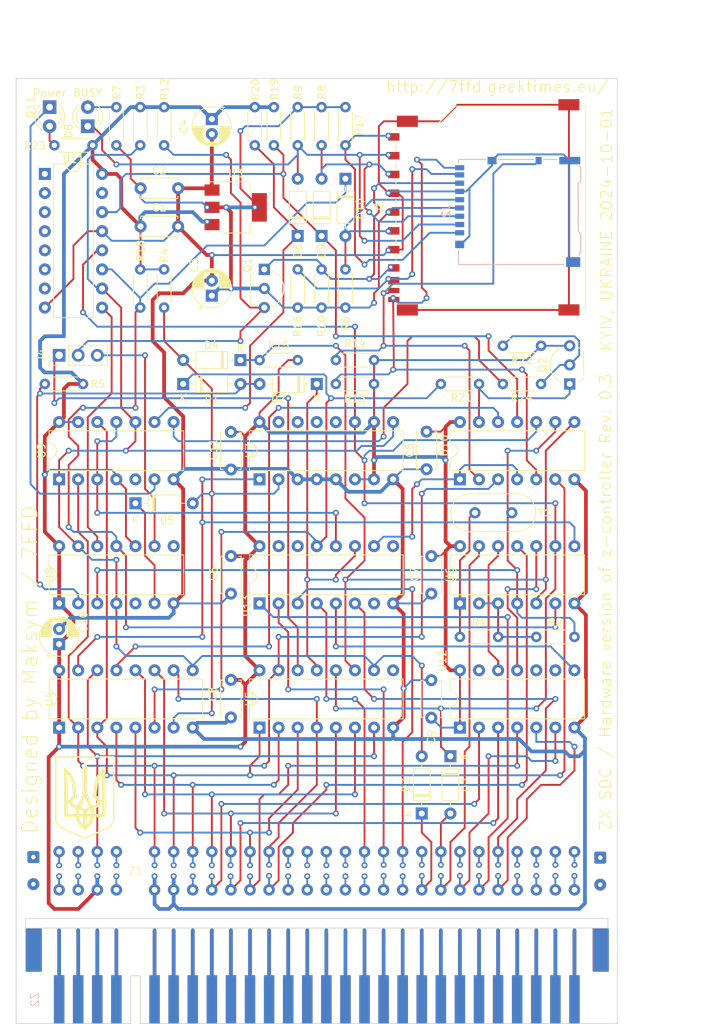
<source format=kicad_pcb>
(kicad_pcb (version 20221018) (generator pcbnew)
  (title_block (title "ZX SDC / Hardware version of z-controller") (date "2024-10-01") (rev "0.3") (company "Maksym / 7FFD") (comment 1 "http://7ffd.geektimes.eu/") (comment 2 "KYIV, UKRAINE"))
  (layers (0 "F.Cu" signal) (31 "B.Cu" signal) (34 "B.Paste" user) (35 "F.Paste" user) (36 "B.SilkS" user "B.Silkscreen") (37 "F.SilkS" user "F.Silkscreen") (38 "B.Mask" user) (39 "F.Mask" user) (44 "Edge.Cuts" user))
  (net 0 "")
  (net 1 "+5V")
  (net 2 "GND")
  (net 3 "+3.3V")
  (net 4 "/{slash}DAT_PORT_WR")
  (net 5 "Net-(D1-A)")
  (net 6 "/{slash}DAT_PORT_RD")
  (net 7 "/{slash}RES")
  (net 8 "/{slash}RES_INT")
  (net 9 "/SPI_CLK")
  (net 10 "Net-(D4-A)")
  (net 11 "/START_CLK")
  (net 12 "/{slash}SPI_CS")
  (net 13 "Net-(D6-A)")
  (net 14 "/DONE")
  (net 15 "/{slash}WAIT")
  (net 16 "Net-(D8-A)")
  (net 17 "/SPI_MOSI")
  (net 18 "Net-(D9-A)")
  (net 19 "/{slash}SPI_CLK")
  (net 20 "Net-(D10-A)")
  (net 21 "Net-(D11-K)")
  (net 22 "Net-(D11-A)")
  (net 23 "Net-(J1-DAT0)")
  (net 24 "Net-(J1-DAT1)")
  (net 25 "Net-(J1-DAT2)")
  (net 26 "Net-(J1-CARD_DETECT)")
  (net 27 "Net-(J1-WRITE_PROTECT)")
  (net 28 "/SPI_MISO")
  (net 29 "Net-(Q2-C)")
  (net 30 "Net-(Q2-B)")
  (net 31 "Net-(R1-Pad1)")
  (net 32 "Net-(R1-Pad2)")
  (net 33 "/AUX_CLK")
  (net 34 "/SPI_CS")
  (net 35 "/D0")
  (net 36 "/D1")
  (net 37 "/D2")
  (net 38 "/D3")
  (net 39 "/D4")
  (net 40 "/D5")
  (net 41 "/D6")
  (net 42 "Net-(U4-Qh)")
  (net 43 "/D7")
  (net 44 "/{slash}DONE")
  (net 46 "Net-(U12-Pad11)")
  (net 47 "/A3")
  (net 48 "Net-(U12-Pad12)")
  (net 49 "/A7")
  (net 56 "Net-(U11-QH')")
  (net 57 "/{slash}CTL_PORT_WR")
  (net 58 "/{slash}CTL_PORT_RD")
  (net 67 "/A0")
  (net 68 "/A1")
  (net 69 "/A2")
  (net 70 "/A4")
  (net 71 "/A6")
  (net 72 "Net-(U13-E2)")
  (net 73 "/A5")
  (net 74 "/{slash}RD")
  (net 75 "/{slash}WR")
  (net 76 "/{slash}IORQ")
  (net 77 "/{slash}M1")
  (net 82 "unconnected-(Z1-A15-PadA1)")
  (net 83 "unconnected-(Z1-A13-PadA2)")
  (net 84 "unconnected-(Z1-NC-PadA4)")
  (net 85 "unconnected-(Z1-~{INT}-PadA13)")
  (net 86 "unconnected-(Z1-~{NMI}-PadA14)")
  (net 87 "unconnected-(Z1-~{HALT}-PadA15)")
  (net 88 "unconnected-(Z1-~{MREQ}-PadA16)")
  (net 89 "unconnected-(Z1--5V-PadA20)")
  (net 90 "unconnected-(Z1-+12V-PadA22)")
  (net 91 "unconnected-(Z1-+12VAC-PadA23)")
  (net 92 "unconnected-(Z1-~{RFSH}-PadA25)")
  (net 93 "unconnected-(Z1-A8-PadA26)")
  (net 94 "unconnected-(Z1-A10-PadA27)")
  (net 95 "unconnected-(Z1-NC-PadA28)")
  (net 96 "unconnected-(Z1-A14-PadB1)")
  (net 97 "unconnected-(Z1-A12-PadB2)")
  (net 98 "unconnected-(Z1-+9V-PadB4)")
  (net 99 "unconnected-(Z1-CLK-PadB8)")
  (net 100 "unconnected-(Z1-~{IORQGE}-PadB13)")
  (net 101 "unconnected-(Z1-GND-PadB14)")
  (net 102 "unconnected-(Z1-VIDEO-PadB15)")
  (net 103 "unconnected-(Z1-Y-PadB16)")
  (net 104 "unconnected-(Z1-V-PadB17)")
  (net 105 "unconnected-(Z1-U-PadB18)")
  (net 106 "unconnected-(Z1-~{BUSRQ}-PadB19)")
  (net 107 "unconnected-(Z1-~{ROMCS}-PadB25)")
  (net 108 "unconnected-(Z1-~{BUSACK}-PadB26)")
  (net 109 "unconnected-(Z1-A9-PadB27)")
  (net 110 "unconnected-(Z1-A11-PadB28)")
  (net 111 "Net-(J4-Pin_1)")
  (net 112 "Net-(J4-Pin_3)")
  (footprint "Package_DIP:DIP-14_W7.62mm" (layer "F.Cu") (at 122.4915 109.2735 90)
    (fp_text reference "U6")
    (fp_text value "74LS04")
  )
  (footprint "Capacitor_THT:C_Disc_D4.7mm_W2.5mm_P5.00mm" (layer "F.Cu") (at 118.0465 86.4235 -90)
    (fp_text reference "C5")
    (fp_text value "0.1u")
  )
  (footprint "Resistor_THT:R_Axial_DIN0204_L3.6mm_D1.6mm_P5.08mm_Horizontal" (layer "F.Cu") (at 79.9465 48.3235 90)
    (fp_text reference "R3")
    (fp_text value "4k7")
  )
  (footprint "LED_THT:LED_D3.0mm" (layer "F.Cu") (at 72.9615 45.7835 90)
    (fp_text reference "D8")
    (fp_text value "BUSY")
  )
  (footprint "Connector_PinHeader_2.54mm:PinHeader_1x03_P2.54mm_Vertical" (layer "F.Cu") (at 69.1515 76.2635 90)
    (fp_text reference "J4")
    (fp_text value "Conn_01x03_Pin" hide)
  )
  (footprint "Resistor_THT:R_Axial_DIN0204_L3.6mm_D1.6mm_P5.08mm_Horizontal" (layer "F.Cu") (at 76.7715 48.3235 90)
    (fp_text reference "R7")
    (fp_text value "330")
  )
  (footprint "Resistor_THT:R_Axial_DIN0204_L3.6mm_D1.6mm_P5.08mm_Horizontal" (layer "F.Cu") (at 122.4915 113.7285)
    (fp_text reference "R1")
    (fp_text value "470")
  )
  (footprint "Capacitor_THT:C_Disc_D4.7mm_W2.5mm_P5.00mm" (layer "F.Cu") (at 118.6815 124.4835 90)
    (fp_text reference "C9")
    (fp_text value "0.1u")
  )
  (footprint "Diode_THT:D_DO-35_SOD27_P7.62mm_Horizontal" (layer "F.Cu") (at 79.3115 95.9485)
    (fp_text reference "D5")
    (fp_text value "1N4148")
  )
  (footprint "Resistor_THT:R_Axial_DIN0204_L3.6mm_D1.6mm_P5.08mm_Horizontal" (layer "F.Cu") (at 105.9815 80.0735)
    (fp_text reference "R13")
    (fp_text value "4k7")
  )
  (footprint "Resistor_THT:R_Axial_DIN0204_L3.6mm_D1.6mm_P5.08mm_Horizontal" (layer "F.Cu") (at 111.0615 76.8985 180)
    (fp_text reference "R14")
    (fp_text value "4k7")
  )
  (footprint "Diode_THT:D_DO-35_SOD27_P7.62mm_Horizontal" (layer "F.Cu") (at 100.9015 60.3885 90)
    (fp_text reference "D6")
    (fp_text value "1N4148")
  )
  (footprint "Capacitor_THT:C_Disc_D4.7mm_W2.5mm_P5.00mm" (layer "F.Cu") (at 92.0115 119.4435 -90)
    (fp_text reference "C8")
    (fp_text value "0.1u")
  )
  (footprint "Symbol:UA CoA 8x11mm" (layer "F.Cu") (at 72.517 129.032)
    (fp_text reference "UA CoA" hide)
    (fp_text value "UA CoA 8x11mm")
  )
  (footprint "Diode_THT:D_DO-35_SOD27_P7.62mm_Horizontal" (layer "F.Cu") (at 104.0765 60.3885 90)
    (fp_text reference "D9")
    (fp_text value "1N4148")
  )
  (footprint "Package_TO_SOT_THT:TO-92_Inline_Wide" (layer "F.Cu") (at 96.4565 64.8335 -90)
    (fp_text reference "Q1")
    (fp_text value "2N7000")
  )
  (footprint "Diode_THT:D_DO-35_SOD27_P7.62mm_Horizontal" (layer "F.Cu") (at 107.2515 52.7685 -90)
    (fp_text reference "D10")
    (fp_text value "1N4148")
  )
  (footprint "Resistor_THT:R_Axial_DIN0204_L3.6mm_D1.6mm_P5.08mm_Horizontal" (layer "F.Cu") (at 107.2515 64.8335 -90)
    (fp_text reference "R6")
    (fp_text value "4k7")
  )
  (footprint "Package_DIP:DIP-16_W7.62mm" (layer "F.Cu") (at 95.8215 109.2735 90)
    (fp_text reference "U13")
    (fp_text value "74LS138")
  )
  (footprint "Capacitor_THT:CP_Radial_D5.0mm_P2.00mm" (layer "F.Cu") (at 69.1515 114.683613 90)
    (fp_text reference "C10")
    (fp_text value "220u")
  )
  (footprint "Resistor_THT:R_Axial_DIN0204_L3.6mm_D1.6mm_P5.08mm_Horizontal" (layer "F.Cu") (at 104.0765 48.3235 90)
    (fp_text reference "R8")
    (fp_text value "4k7")
  )
  (footprint "Resistor_THT:R_Axial_DIN0204_L3.6mm_D1.6mm_P5.08mm_Horizontal" (layer "F.Cu") (at 100.9015 64.8335 -90)
    (fp_text reference "R16")
    (fp_text value "4k7")
  )
  (footprint "Package_DIP:DIP-16_W7.62mm" (layer "F.Cu") (at 69.1515 125.7935 90)
    (fp_text reference "U4")
    (fp_text value "74LS166")
  )
  (footprint "Resistor_THT:R_Axial_DIN0204_L3.6mm_D1.6mm_P5.08mm_Horizontal" (layer "F.Cu") (at 132.6515 113.7285)
    (fp_text reference "R2")
    (fp_text value "470")
  )
  (footprint "Resistor_THT:R_Axial_DIN0204_L3.6mm_D1.6mm_P5.08mm_Horizontal" (layer "F.Cu") (at 83.1215 48.3235 90)
    (fp_text reference "R12")
    (fp_text value "4k7")
  )
  (footprint "Diode_THT:D_DO-35_SOD27_P7.62mm_Horizontal" (layer "F.Cu") (at 93.2815 76.8985 180)
    (fp_text reference "D4")
    (fp_text value "1N4148")
  )
  (footprint "Diode_THT:D_DO-35_SOD27_P7.62mm_Horizontal" (layer "F.Cu") (at 117.4115 137.2235 90)
    (fp_text reference "D3")
    (fp_text value "1N4148")
  )
  (footprint "Resistor_THT:R_Axial_DIN0204_L3.6mm_D1.6mm_P5.08mm_Horizontal" (layer "F.Cu") (at 97.7265 48.3235 90)
    (fp_text reference "R19")
    (fp_text value "4k7")
  )
  (footprint "Capacitor_THT:C_Disc_D4.7mm_W2.5mm_P5.00mm" (layer "F.Cu") (at 79.9865 54.0385)
    (fp_text reference "C2")
    (fp_text value "0.1u")
  )
  (footprint "Package_DIP:DIP-14_W7.62mm" (layer "F.Cu") (at 69.1515 109.2735 90)
    (fp_text reference "U8")
    (fp_text value "74LS74")
  )
  (footprint "Package_TO_SOT_SMD:SOT-223-3_TabPin2" (layer "F.Cu") (at 92.6465 56.5785)
    (fp_text reference "U3")
    (fp_text value "AMS1117-3.3")
  )
  (footprint "Resistor_THT:R_Axial_DIN0204_L3.6mm_D1.6mm_P5.08mm_Horizontal" (layer "F.Cu") (at 119.9515 80.0735)
    (fp_text reference "R21")
    (fp_text value "470")
  )
  (footprint "Crystal:Crystal_HC18-U_Vertical" (layer "F.Cu") (at 124.4865 97.2185)
    (fp_text reference "Y1")
    (fp_text value "8MHz")
  )
  (footprint "Package_DIP:DIP-14_W7.62mm" (layer "F.Cu") (at 69.1465 92.7635 90)
    (fp_text reference "U9")
    (fp_text value "74LS74")
  )
  (footprint "Capacitor_THT:CP_Radial_D5.0mm_P2.00mm" (layer "F.Cu") (at 89.4715 44.828388 -90)
    (fp_text reference "C4")
    (fp_text value "4u7")
  )
  (footprint "Diode_THT:D_DO-35_SOD27_P7.62mm_Horizontal" (layer "F.Cu") (at 121.2215 129.6035 -90)
    (fp_text reference "D7")
    (fp_text value "1N4148")
  )
  (footprint "Package_TO_SOT_THT:TO-92_Inline_Wide" (layer "F.Cu") (at 137.0965 80.0735 90)
    (fp_text reference "Q2")
    (fp_text value "BC557")
  )
  (footprint "LED_THT:LED_D3.0mm" (layer "F.Cu") (at 67.8815 43.2435 -90)
    (fp_text reference "D11")
    (fp_text value "Power")
  )
  (footprint "Package_DIP:DIP-16_W7.62mm" (layer "F.Cu") (at 95.8215 125.7935 90)
    (fp_text reference "U5")
    (fp_text value "74LS595")
  )
  (footprint "Resistor_THT:R_Axial_DIN0204_L3.6mm_D1.6mm_P5.08mm_Horizontal" (layer "F.Cu") (at 100.9015 48.3235 90)
    (fp_text reference "R9")
    (fp_text value "4k7")
  )
  (footprint "Resistor_THT:R_Axial_DIN0204_L3.6mm_D1.6mm_P5.08mm_Horizontal" (layer "F.Cu") (at 95.1865 48.3235 90)
    (fp_text reference "R20")
    (fp_text value "4k7")
  )
  (footprint "Diode_THT:D_DO-35_SOD27_P7.62mm_Horizontal" (layer "F.Cu") (at 85.6615 80.0735)
    (fp_text reference "D1")
    (fp_text value "1N4148")
  )
  (footprint "Resistor_THT:R_Axial_DIN0204_L3.6mm_D1.6mm_P5.08mm_Horizontal" (layer "F.Cu") (at 79.9465 69.9135 90)
    (fp_text reference "R18")
    (fp_text value "4k7")
  )
  (footprint "Capacitor_THT:CP_Radial_D5.0mm_P2.00mm" (layer "F.Cu") (at 89.4715 68.328613 90)
    (fp_text reference "C3")
    (fp_text value "10u")
  )
  (footprint "Resistor_THT:R_Axial_DIN0204_L3.6mm_D1.6mm_P5.08mm_Horizontal" (layer "F.Cu") (at 133.2865 74.9935 180)
    (fp_text reference "R22")
    (fp_text value "680")
  )
  (footprint "Resistor_THT:R_Axial_DIN0204_L3.6mm_D1.6mm_P5.08mm_Horizontal" (layer "F.Cu") (at 95.8215 76.8985)
    (fp_text reference "R15")
    (fp_text value "4k7")
  )
  (footprint "Resistor_THT:R_Axial_DIN0204_L3.6mm_D1.6mm_P5.08mm_Horizontal" (layer "F.Cu") (at 104.0765 64.8335 -90)
    (fp_text reference "R10")
    (fp_text value "4k7")
  )
  (footprint "Package_DIP:DIP-16_W7.62mm" (layer "F.Cu") (at 95.8165 92.7635 90)
    (fp_text reference "U7")
    (fp_text value "74LS163")
  )
  (footprint "Capacitor_THT:C_Disc_D4.7mm_W2.5mm_P5.00mm" (layer "F.Cu") (at 92.0115 102.9735 -90)
    (fp_text reference "C6")
    (fp_text value "0.1u")
  )
  (footprint "Package_DIP:DIP-14_W7.62mm" (layer "F.Cu") (at 122.4865 92.7635 90)
    (fp_text reference "U10")
    (fp_text value "74LS125")
  )
  (footprint "Resistor_THT:R_Axial_DIN0204_L3.6mm_D1.6mm_P5.08mm_Horizontal" (layer "F.Cu") (at 128.2065 80.0735)
    (fp_text reference "R24")
    (fp_text value "2k2")
  )
  (footprint "Package_DIP:DIP-16_W7.62mm" (layer "F.Cu") (at 67.2465 52.1335)
    (fp_text reference "U11")
    (fp_text value "74LS595")
  )
  (footprint "Resistor_THT:R_Axial_DIN0204_L3.6mm_D1.6mm_P5.08mm_Horizontal" (layer "F.Cu") (at 107.2515 48.3235 90)
    (fp_text reference "R17")
    (fp_text value "4k7")
  )
  (footprint "Resistor_THT:R_Axial_DIN0204_L3.6mm_D1.6mm_P5.08mm_Horizontal" (layer "F.Cu") (at 67.2465 80.0735)
    (fp_text reference "R5")
    (fp_text value "4k7")
  )
  (footprint "Capacitor_THT:C_Disc_D4.7mm_W2.5mm_P5.00mm" (layer "F.Cu") (at 118.6815 102.9735 -90)
    (fp_text reference "C7")
    (fp_text value "0.1u")
  )
  (footprint "Capacitor_THT:C_Disc_D4.7mm_W2.5mm_P5.00mm" (layer "F.Cu") (at 92.0115 86.4635 -90)
    (fp_text reference "C11")
    (fp_text value "0.1u")
  )
  (footprint "Connector_Card:SD_TE_2041021" (layer "F.Cu") (at 125.6665 56.5785 90)
    (fp_text reference "J1")
    (fp_text value "SD_Card")
  )
  (footprint "Package_DIP:DIP-14_W7.62mm" (layer "F.Cu") (at 122.4915 125.7935 90)
    (fp_text reference "U12")
    (fp_text value "74LS30")
  )
  (footprint "Resistor_THT:R_Axial_DIN0204_L3.6mm_D1.6mm_P5.08mm_Horizontal" (layer "F.Cu") (at 83.1215 69.9135 90)
    (fp_text reference "R4")
    (fp_text value "4k7")
  )
  (footprint "Capacitor_THT:C_Disc_D4.7mm_W2.5mm_P5.00mm" (layer "F.Cu") (at 79.9865 59.1185)
    (fp_text reference "C1")
    (fp_text value "0.1u")
  )
  (footprint "RobikBUS:ZXBUS Slot Connector" (layer "F.Cu") (at 67.2465 144.8435 90)
    (fp_text reference "Z1")
    (fp_text value "ZXBUS")
  )
  (footprint "Resistor_THT:R_Axial_DIN0204_L3.6mm_D1.6mm_P5.08mm_Horizontal" (layer "F.Cu") (at 73.5965 48.3235 180)
    (fp_text reference "R23")
    (fp_text value "330")
  )
  (footprint "Diode_THT:D_DO-35_SOD27_P7.62mm_Horizontal" (layer "F.Cu") (at 103.4415 80.0735 180)
    (fp_text reference "D2")
    (fp_text value "1N4148")
  )
  (footprint "Connector_Wire:SolderWire-0.1sqmm_1x02_P3.6mm_D0.4mm_OD1mm" (layer "B.Cu") (at 141.1605 143.0943 -90)
    (fp_text reference "REF**" hide)
    (fp_text value "SolderWire-0.1sqmm_1x02_P3.6mm_D0.4mm_OD1mm" hide)
  )
  (footprint "Connector_Card:microSD_HC_Hirose_DM3AT-SF-PEJM5" (layer "B.Cu") (at 130.1865 57.1835 -90)
    (fp_text reference "J2")
    (fp_text value "Micro_SD_Card_Det2")
  )
  (footprint "RobikBUS:ZXBUS" (layer "B.Cu") (at 61.5315 161.9885 -90)
    (fp_text reference "Z2")
    (fp_text value "ZXBUS")
    (fp_line (start -3.175 -18.415) (end 3.175 -18.415) (stroke (width 0.1)) (layer "Edge.Cuts"))
    (fp_line (start -3.175 -17.145) (end -3.175 -18.415) (stroke (width 0.1)) (layer "Edge.Cuts"))
    (fp_line (start 3.175 -18.415) (end 3.175 -79.375) (stroke (width 0.1)) (layer "Edge.Cuts"))
    (fp_line (start 3.175 -17.145) (end -3.175 -17.145) (stroke (width 0.1)) (layer "Edge.Cuts"))
    (fp_line (start 3.175 -4.445) (end 3.175 -17.145) (stroke (width 0.1)) (layer "Edge.Cuts"))
  )
  (footprint "Connector_Wire:SolderWire-0.1sqmm_1x02_P3.6mm_D0.4mm_OD1mm" (layer "B.Cu") (at 65.7225 143.0215 -90)
    (fp_text reference "REF**" hide)
    (fp_text value "SolderWire-0.1sqmm_1x02_P3.6mm_D0.4mm_OD1mm" hide)
  )
  (gr_rect (start 64.788035 152.615171) (end 66.741587 158.177354) (stroke (width 0.2)) (fill solid) (layer "F.Cu"))
  (gr_rect (start 140.248348 152.615171) (end 142.2019 158.177354) (stroke (width 0.2)) (fill solid) (layer "F.Cu"))
  (gr_rect (start 64.811187 152.614754) (end 66.741587 158.1785) (stroke (width 0.2)) (fill solid) (layer "B.Cu"))
  (gr_rect (start 140.2715 152.614754) (end 142.2019 158.1785) (stroke (width 0.2)) (fill solid) (layer "B.Cu"))
  (gr_line (start 143.4465 39.4335) (end 63.4365 39.4335) (stroke (width 0.1)) (layer "Edge.Cuts"))
  (gr_line (start 63.4365 151.1935) (end 63.4365 165.1635) (stroke (width 0.1)) (layer "Edge.Cuts"))
  (gr_line (start 64.7065 151.1935) (end 142.1765 151.1935) (stroke (width 0.1)) (layer "Edge.Cuts"))
  (gr_line (start 143.4465 165.1635) (end 140.9065 165.1635) (stroke (width 0.1)) (layer "Edge.Cuts"))
  (gr_line (start 143.4465 151.1935) (end 143.4465 39.4335) (stroke (width 0.1)) (layer "Edge.Cuts"))
  (gr_line (start 64.7065 152.4635) (end 142.1765 152.4635) (stroke (width 0.1)) (layer "Edge.Cuts"))
  (gr_line (start 142.1765 151.1935) (end 142.1765 152.4635) (stroke (width 0.1)) (layer "Edge.Cuts"))
  (gr_line (start 64.7065 151.1935) (end 64.7065 152.4635) (stroke (width 0.1)) (layer "Edge.Cuts"))
  (gr_line (start 143.4465 151.1935) (end 143.4465 165.1635) (stroke (width 0.1)) (layer "Edge.Cuts"))
  (gr_line (start 63.4365 151.1935) (end 63.4365 39.4335) (stroke (width 0.1)) (layer "Edge.Cuts"))
  (gr_line (start 63.4365 165.1635) (end 65.9765 165.1635) (stroke (width 0.1)) (layer "Edge.Cuts"))
  (gr_text "${COMMENT1}" (at 112.522 41.402) (layer "F.SilkS") (effects (font (size 1.5 1.5)) (justify left bottom)))
  (gr_text "${COMMENT2} ${ISSUE_DATE}" (at 142.875 75.819 90) (layer "F.SilkS") (effects (font (size 1.5 1.5)) (justify left bottom)))
  (gr_text "Designed by ${COMPANY}" (at 66.421 140.081 90) (layer "F.SilkS") (effects (font (size 2 2)) (justify left bottom)))
  (gr_text "${TITLE} Rev: ${REVISION}" (at 142.748 139.573 90) (layer "F.SilkS") (effects (font (size 1.5 1.5)) (justify left bottom)))
  (segment (start 86.9315 161.4805) (end 86.9315 152.7683) (width 0.5) (layer "F.Cu") (net 0))
  (segment (start 122.4915 161.4805) (end 122.4915 152.7683) (width 0.5) (layer "F.Cu") (net 0))
  (segment (start 135.1915 161.4805) (end 135.1915 152.7683) (width 0.5) (layer "F.Cu") (net 0))
  (segment (start 107.2515 161.4805) (end 107.2515 152.7683) (width 0.5) (layer "F.Cu") (net 0))
  (segment (start 92.0115 161.4805) (end 92.0115 152.7683) (width 0.5) (layer "F.Cu") (net 0))
  (segment (start 102.1715 161.4805) (end 102.1715 152.7683) (width 0.5) (layer "F.Cu") (net 0))
  (segment (start 125.0315 161.4805) (end 125.0315 152.7683) (width 0.5) (layer "F.Cu") (net 0))
  (segment (start 97.0915 161.4805) (end 97.0915 152.7683) (width 0.5) (layer "F.Cu") (net 0))
  (segment (start 137.7315 161.4805) (end 137.7315 152.7683) (width 0.5) (layer "F.Cu") (net 0))
  (segment (start 104.7115 161.4805) (end 104.7115 152.7683) (width 0.5) (layer "F.Cu") (net 0))
  (segment (start 132.6515 161.4805) (end 132.6515 152.7683) (width 0.5) (layer "F.Cu") (net 0))
  (segment (start 99.6315 161.4805) (end 99.6315 152.7683) (width 0.5) (layer "F.Cu") (net 0))
  (segment (start 117.4115 161.4805) (end 117.4115 152.7683) (width 0.5) (layer "F.Cu") (net 0))
  (segment (start 112.3315 161.4805) (end 112.3315 152.7683) (width 0.5) (layer "F.Cu") (net 0))
  (segment (start 130.1115 161.4805) (end 130.1115 152.7683) (width 0.5) (layer "F.Cu") (net 0))
  (segment (start 89.4715 161.4805) (end 89.4715 152.7683) (width 0.5) (layer "F.Cu") (net 0))
  (segment (start 69.1515 161.4805) (end 69.1515 152.7683) (width 0.5) (layer "F.Cu") (net 0))
  (segment (start 76.7715 161.4805) (end 76.7715 152.7683) (width 0.5) (layer "F.Cu") (net 0))
  (segment (start 109.7915 161.4805) (end 109.7915 152.7683) (width 0.5) (layer "F.Cu") (net 0))
  (segment (start 119.9515 161.4805) (end 119.9515 152.7683) (width 0.5) (layer "F.Cu") (net 0))
  (segment (start 94.5515 161.4805) (end 94.5515 152.7683) (width 0.5) (layer "F.Cu") (net 0))
  (segment (start 74.2315 161.4805) (end 74.2315 152.7683) (width 0.5) (layer "F.Cu") (net 0))
  (segment (start 84.3915 161.4805) (end 84.3915 152.7683) (width 0.5) (layer "F.Cu") (net 0))
  (segment (start 114.8715 161.4805) (end 114.8715 152.7683) (width 0.5) (layer "F.Cu") (net 0))
  (segment (start 81.8515 161.4805) (end 81.8515 152.7683) (width 0.5) (layer "F.Cu") (net 0))
  (segment (start 127.5715 161.4805) (end 127.5715 152.7683) (width 0.5) (layer "F.Cu") (net 0))
  (segment (start 71.6915 161.4805) (end 71.6915 152.7683) (width 0.5) (layer "F.Cu") (net 0))
  (segment (start 89.4715 161.4805) (end 89.4715 152.7683) (width 0.5) (layer "B.Cu") (net 0))
  (segment (start 119.9515 161.4805) (end 119.9515 152.7683) (width 0.5) (layer "B.Cu") (net 0))
  (segment (start 97.0915 161.4805) (end 97.0915 152.7683) (width 0.5) (layer "B.Cu") (net 0))
  (segment (start 117.4115 161.4805) (end 117.4115 152.7683) (width 0.5) (layer "B.Cu") (net 0))
  (segment (start 137.7315 161.4805) (end 137.7315 152.7683) (width 0.5) (layer "B.Cu") (net 0))
  (segment (start 102.1715 161.4805) (end 102.1715 152.7683) (width 0.5) (layer "B.Cu") (net 0))
  (segment (start 107.2515 161.4805) (end 107.2515 152.7683) (width 0.5) (layer "B.Cu") (net 0))
  (segment (start 112.3315 161.4805) (end 112.3315 152.7683) (width 0.5) (layer "B.Cu") (net 0))
  (segment (start 69.1515 161.4805) (end 69.1515 152.7683) (width 0.5) (layer "B.Cu") (net 0))
  (segment (start 74.2315 161.4805) (end 74.2315 152.7683) (width 0.5) (layer "B.Cu") (net 0))
  (segment (start 122.4915 161.4805) (end 122.4915 152.7683) (width 0.5) (layer "B.Cu") (net 0))
  (segment (start 84.3915 161.4805) (end 84.3915 152.7683) (width 0.5) (layer "B.Cu") (net 0))
  (segment (start 109.7915 161.4805) (end 109.7915 152.7683) (width 0.5) (layer "B.Cu") (net 0))
  (segment (start 114.8715 161.4805) (end 114.8715 152.7683) (width 0.5) (layer "B.Cu") (net 0))
  (segment (start 135.1915 161.4805) (end 135.1915 152.7683) (width 0.5) (layer "B.Cu") (net 0))
  (segment (start 104.7115 161.4805) (end 104.7115 152.7683) (width 0.5) (layer "B.Cu") (net 0))
  (segment (start 99.6315 161.4805) (end 99.6315 152.7683) (width 0.5) (layer "B.Cu") (net 0))
  (segment (start 92.0115 161.4805) (end 92.0115 152.7683) (width 0.5) (layer "B.Cu") (net 0))
  (segment (start 125.0315 161.4805) (end 125.0315 152.7683) (width 0.5) (layer "B.Cu") (net 0))
  (segment (start 130.1115 161.4805) (end 130.1115 152.7683) (width 0.5) (layer "B.Cu") (net 0))
  (segment (start 132.6515 161.4805) (end 132.6515 152.7683) (width 0.5) (layer "B.Cu") (net 0))
  (segment (start 81.8515 161.4805) (end 81.8515 152.7683) (width 0.5) (layer "B.Cu") (net 0))
  (segment (start 71.6915 161.4805) (end 71.6915 152.7683) (width 0.5) (layer "B.Cu") (net 0))
  (segment (start 94.5515 161.4805) (end 94.5515 152.7683) (width 0.5) (layer "B.Cu") (net 0))
  (segment (start 76.7715 161.4805) (end 76.7715 152.7683) (width 0.5) (layer "B.Cu") (net 0))
  (segment (start 127.5715 161.4805) (end 127.5715 152.7683) (width 0.5) (layer "B.Cu") (net 0))
  (segment (start 86.9315 161.4805) (end 86.9315 152.7683) (width 0.5) (layer "B.Cu") (net 0))
  (segment (start 122.4915 125.7935) (end 122.4915 118.1735) (width 0.25) (layer "F.Cu") (net 1))
  (segment (start 98.3615 81.3435) (end 98.3615 78.1685) (width 0.25) (layer "F.Cu") (net 1))
  (segment (start 69.1465 85.1435) (end 69.7865 84.5035) (width 0.5) (layer "F.Cu") (net 1))
  (segment (start 120.5865 102.2885) (end 121.2215 101.6535) (width 0.5) (layer "F.Cu") (net 1))
  (segment (start 95.8165 85.1435) (end 93.9115 87.0485) (width 0.5) (layer "F.Cu") (net 1))
  (segment (start 119.9015 102.9735) (end 120.5865 102.2885) (width 0.25) (layer "F.Cu") (net 1))
  (segment (start 67.2415 87.0485) (end 67.2415 99.7435) (width 0.5) (layer "F.Cu") (net 1))
  (segment (start 122.4915 118.1735) (end 121.2215 118.1735) (width 0.5) (layer "F.Cu") (net 1))
  (segment (start 69.1515 114.683613) (end 71.0565 112.778613) (width 0.5) (layer "F.Cu") (net 1))
  (segment (start 79.9865 59.1185) (end 79.9865 64.7935) (width 0.25) (layer "F.Cu") (net 1))
  (segment (start 120.5865 117.5385) (end 120.5865 102.2885) (width 0.5) (layer "F.Cu") (net 1))
  (segment (start 94.5015 102.9735) (end 95.8215 101.6535) (width 0.25) (layer "F.Cu") (net 1))
  (segment (start 92.0115 102.9735) (end 94.5015 102.9735) (width 0.5) (layer "F.Cu") (net 1))
  (segment (start 77.4065 56.5385) (end 79.9865 59.1185) (width 0.5) (layer "F.Cu") (net 1))
  (segment (start 74.8665 52.1335) (end 76.7715 52.1335) (width 0.5) (layer "F.Cu") (net 1))
  (segment (start 95.8215 118.1735) (end 93.9165 120.0785) (width 0.5) (layer "F.Cu") (net 1))
  (segment (start 121.2215 101.6535) (end 122.4915 101.6535) (width 0.5) (layer "F.Cu") (net 1))
  (segment (start 69.7865 80.7085) (end 70.4215 80.0735) (width 0.5) (layer "F.Cu") (net 1))
  (segment (start 69.1515 118.1735) (end 69.1515 125.7935) (width 0.5) (layer "F.Cu") (net 1))
  (segment (start 67.7545 149.1615) (end 68.5165 149.9235) (width 0.5) (layer "F.Cu") (net 1))
  (segment (start 120.5815 85.7785) (end 120.5865 85.7735) (width 0.25) (layer "F.Cu") (net 1))
  (segment (start 98.3615 78.1685) (end 99.6315 76.8985) (width 0.25) (layer "F.Cu") (net 1))
  (segment (start 78.0415 100.3835) (end 79.3115 101.6535) (width 0.25) (layer "F.Cu") (net 1))
  (segment (start 74.8665 52.1335) (end 74.8665 51.4985) (width 0.5) (layer "F.Cu") (net 1))
  (segment (start 120.5865 85.7735) (end 121.2165 85.1435) (width 0.5) (layer "F.Cu") (net 1))
  (segment (start 111.0565 90.2235) (end 111.0565 92.7635) (width 0.5) (layer "F.Cu") (net 1))
  (segment (start 77.4065 52.7685) (end 77.4065 56.5385) (width 0.5) (layer "F.Cu") (net 1))
  (segment (start 79.9865 64.7935) (end 79.9465 64.8335) (width 0.25) (layer "F.Cu") (net 1))
  (segment (start 120.5815 101.0135) (end 121.2215 101.6535) (width 0.5) (layer "F.Cu") (net 1))
  (segment (start 67.2415 99.7435) (end 67.2565 99.7585) (width 0.25) (layer "F.Cu") (net 1))
  (segment (start 69.1515 128.3335) (end 69.1515 125.7935) (width 0.5) (layer "F.Cu") (net 1))
  (segment (start 78.0415 94.0385) (end 78.0415 100.3835) (width 0.25) (layer "F.Cu") (net 1))
  (segment (start 111.0615 80.0735) (end 111.0615 85.1385) (width 0.25) (layer "F.Cu") (net 1))
  (segment (start 111.0565 85.1435) (end 111.0565 90.2235) (width 0.5) (layer "F.Cu") (net 1))
  (segment (start 93.9265 99.7585) (end 95.8215 101.6535) (width 0.5) (layer "F.Cu") (net 1))
  (segment (start 74.8665 51.4985) (end 73.5965 50.2285) (width 0.5) (layer "F.Cu") (net 1))
  (segment (start 93.3265 86.4635) (end 93.9115 87.0485) (width 0.25) (layer "F.Cu") (net 1))
  (segment (start 121.2165 85.1435) (end 122.4865 85.1435) (width 0.5) (layer "F.Cu") (net 1))
  (segment (start 69.1515 109.2735) (end 69.1515 101.6535) (width 0.5) (layer "F.Cu") (net 1))
  (segment (start 93.9165 127.6985) (end 93.2815 128.3335) (width 0.5) (layer "F.Cu") (net 1))
  (segment (start 71.6915 149.9235) (end 74.2315 147.3835) (width 0.5) (layer "F.Cu") (net 1))
  (segment (start 111.0615 85.1385) (end 111.0565 85.1435) (width 0.25) (layer "F.Cu") (net 1))
  (segment (start 95.8165 85.1435) (end 95.8165 83.8885) (width 0.25) (layer "F.Cu") (net 1))
  (segment (start 93.9115 87.0485) (end 93.9115 99.7535) (width 0.5) (layer "F.Cu") (net 1))
  (segment (start 69.1465 85.1435) (end 67.2415 87.0485) (width 0.5) (layer "F.Cu") (net 1))
  (segment (start 67.7545 129.7305) (end 67.7545 149.1615) (width 0.5) (layer "F.Cu") (net 1))
  (segment (start 93.2815 119.4435) (end 93.9165 120.0785) (width 0.5) (layer "F.Cu") (net 1))
  (segment (start 92.0115 119.4435) (end 93.2815 119.4435) (width 0.5) (layer "F.Cu") (net 1))
  (segment (start 93.9165 116.2685) (end 93.9165 103.5585) (width 0.5) (layer "F.Cu") (net 1))
  (segment (start 70.4215 80.0735) (end 72.3265 80.0735) (width 0.5) (layer "F.Cu") (net 1))
  (segment (start 76.7665 92.7635) (end 78.0415 94.0385) (width 0.25) (layer "F.Cu") (net 1))
  (segment (start 71.0565 112.778613) (end 71.0565 111.1785) (width 0.5) (layer "F.Cu") (net 1))
  (segment (start 93.9165 120.0785) (end 93.9165 127.6985) (width 0.5) (layer "F.Cu") (net 1))
  (segment (start 76.7715 52.1335) (end 77.4065 52.7685) (width 0.5) (layer "F.Cu") (net 1))
  (segment (start 73.5965 50.2285) (end 73.5965 48.3235) (width 0.5) (layer "F.Cu") (net 1))
  (segment (start 71.0565 111.1785) (end 69.1515 109.2735) (width 0.5) (layer "F.Cu") (net 1))
  (segment (start 111.0615 76.8985) (end 111.0615 80.0735) (width 0.25) (layer "F.Cu") (net 1))
  (segment (start 120.5815 90.2235) (end 120.5815 85.7785) (width 0.5) (layer "F.Cu") (net 1))
  (segment (start 67.8815 129.6035) (end 67.7545 129.7305) (width 0.5) (layer "F.Cu") (net 1))
  (segment (start 69.1515 118.1735) (end 69.1515 114.683613) (width 0.5) (layer "F.Cu") (net 1))
  (segment (start 67.2565 99.7585) (end 67.2465 99.7585) (width 0.25) (layer "F.Cu") (net 1))
  (segment (start 69.1515 101.6535) (end 67.2565 99.7585) (width 0.5) (layer "F.Cu") (net 1))
  (segment (start 95.8215 118.1735) (end 93.9165 116.2685) (width 0.5) (layer "F.Cu") (net 1))
  (segment (start 118.6815 102.9735) (end 119.9015 102.9735) (width 0.25) (layer "F.Cu") (net 1))
  (segment (start 68.5165 149.9235) (end 71.6915 149.9235) (width 0.5) (layer "F.Cu") (net 1))
  (segment (start 99.6315 76.8985) (end 100.9015 76.8985) (width 0.25) (layer "F.Cu") (net 1))
  (segment (start 92.0115 86.4635) (end 93.3265 86.4635) (width 0.25) (layer "F.Cu") (net 1))
  (segment (start 69.1515 128.3335) (end 67.8815 129.6035) (width 0.5) (layer "F.Cu") (net 1))
  (segment (start 93.9115 99.7535) (end 93.9165 99.7585) (width 0.25) (layer "F.Cu") (net 1))
  (segment (start 93.9165 99.7585) (end 93.9265 99.7585) (width 0.25) (layer "F.Cu") (net 1))
  (segment (start 69.7865 84.5035) (end 69.7865 80.7085) (width 0.5) (layer "F.Cu") (net 1))
  (segment (start 95.8165 83.8885) (end 98.3615 81.3435) (width 0.25) (layer "F.Cu") (net 1))
  (segment (start 121.2215 118.1735) (end 120.5865 117.5385) (width 0.5) (layer "F.Cu") (net 1))
  (segment (start 119.9365 86.4235) (end 120.5865 85.7735) (width 0.25) (layer "F.Cu") (net 1))
  (segment (start 118.0465 86.4235) (end 119.9365 86.4235) (width 0.25) (layer "F.Cu") (net 1))
  (segment (start 120.5815 90.2235) (end 120.5815 101.0135) (width 0.5) (layer "F.Cu") (net 1))
  (segment (start 93.9165 103.5585) (end 95.8215 101.6535) (width 0.5) (layer "F.Cu") (net 1))
  (via (at 120.5815 90.2235) (size 0.8) (drill 0.4) (layers "F.Cu" "B.Cu") (net 1))
  (via (at 93.2815 128.3335) (size 0.8) (drill 0.4) (layers "F.Cu" "B.Cu") (net 1))
  (via (at 69.1515 128.3335) (size 0.8) (drill 0.4) (layers "F.Cu" "B.Cu") (net 1))
  (via (at 111.0565 90.2235) (size 0.8) (drill 0.4) (layers "F.Cu" "B.Cu") (net 1))
  (via (at 74.2315 145.5801) (size 0.8) (drill 0.4) (layers "F.Cu" "B.Cu") (net 1))
  (via (at 67.2415 92.1385) (size 0.8) (drill 0.4) (layers "F.Cu" "B.Cu") (net 1))
  (via (at 88.8365 58.4835) (size 0.8) (drill 0.4) (layers "F.Cu" "B.Cu") (net 1))
  (segment (start 91.056388 43.2435) (end 89.4715 44.828388) (width 0.5) (layer "B.Cu") (net 1))
  (segment (start 72.3265 80.0735) (end 70.8025 78.5495) (width 0.5) (layer "B.Cu") (net 1))
  (segment (start 83.1215 64.8335) (end 79.9465 64.8335) (width 0.25) (layer "B.Cu") (net 1))
  (segment (start 89.4715 44.828388) (end 87.886612 43.2435) (width 0.5) (layer "B.Cu") (net 1))
  (segment (start 137.0965 74.9935) (end 133.2865 74.9935) (width 0.25) (layer "B.Cu") (net 1))
  (segment (start 70.8025 78.5495) (end 67.2465 78.5495) (width 0.5) (layer "B.Cu") (net 1))
  (segment (start 122.4915 125.7935) (end 119.9915 125.7935) (width 0.25) (layer "B.Cu") (net 1))
  (segment (start 66.6115 77.9145) (end 66.6115 74.3585) (width 0.5) (layer "B.Cu") (net 1))
  (segment (start 76.7665 92.1385) (end 76.1315 91.5035) (width 0.25) (layer "B.Cu") (net 1))
  (segment (start 120.147 89.789) (end 111.491 89.789) (width 0.5) (layer "B.Cu") (net 1))
  (segment (start 67.2465 78.5495) (end 66.6115 77.9145) (width 0.5) (layer "B.Cu") (net 1))
  (segment (start 66.6115 74.3585) (end 67.2465 73.7235) (width 0.5) (layer "B.Cu") (net 1))
  (segment (start 78.6765 43.2435) (end 79.9465 43.2435) (width 0.5) (layer "B.Cu") (net 1))
  (segment (start 95.8165 85.1435) (end 97.2235 86.5505) (width 0.5) (layer "B.Cu") (net 1))
  (segment (start 95.1865 43.2435) (end 91.056388 43.2435) (width 0.5) (layer "B.Cu") (net 1))
  (segment (start 79.9865 59.1185) (end 79.9465 59.0785) (width 0.25) (layer "B.Cu") (net 1))
  (segment (start 109.6495 86.5505) (end 111.0565 85.1435) (width 0.5) (layer "B.Cu") (net 1))
  (segment (start 97.2235 86.5505) (end 109.6495 86.5505) (width 0.5) (layer "B.Cu") (net 1))
  (segment (start 67.2465 73.7235) (end 69.7865 73.7235) (width 0.5) (layer "B.Cu") (net 1))
  (segment (start 131.3815 76.8985) (end 111.0615 76.8985) (width 0.25) (layer "B.Cu") (net 1))
  (segment (start 120.5815 90.2235) (end 120.147 89.789) (width 0.5) (layer "B.Cu") (net 1))
  (segment (start 119.9915 125.7935) (end 118.6815 124.4835) (width 0.25) (layer "B.Cu") (net 1))
  (segment (start 74.2315 147.3581) (end 74.2315 145.5801) (width 0.5) (layer "B.Cu") (net 1))
  (segment (start 79.9465 57.8485) (end 80.5815 57.2135) (width 0.5) (layer "B.Cu") (net 1))
  (segment (start 87.886612 43.2435) (end 83.1215 43.2435) (width 0.5) (layer "B.Cu") (net 1))
  (segment (start 79.9465 59.0785) (end 79.9465 57.8485) (width 0.5) (layer "B.Cu") (net 1))
  (segment (start 69.7865 52.1335) (end 78.6765 43.2435) (width 0.5) (layer "B.Cu") (net 1))
  (segment (start 80.5815 57.2135) (end 86.9315 57.2135) (width 0.5) (layer "B.Cu") (net 1))
  (segment (start 133.2865 74.9935) (end 131.3815 76.8985) (width 0.25) (layer "B.Cu") (net 1))
  (segment (start 76.7665 92.7635) (end 76.7665 92.1385) (width 0.25) (layer "B.Cu") (net 1))
  (segment (start 69.7865 73.7235) (end 69.7865 52.1335) (width 0.5) (layer "B.Cu") (net 1))
  (segment (start 86.9315 57.2135) (end 88.2015 58.4835) (width 0.5) (layer "B.Cu") (net 1))
  (segment (start 111.491 89.789) (end 111.0565 90.2235) (width 0.5) (layer "B.Cu") (net 1))
  (segment (start 76.1315 91.5035) (end 67.8765 91.5035) (width 0.25) (layer "B.Cu") (net 1))
  (segment (start 88.2015 58.4835) (end 88.8365 58.4835) (width 0.5) (layer "B.Cu") (net 1))
  (segment (start 67.8765 91.5035) (end 67.2415 92.1385) (width 0.25) (layer "B.Cu") (net 1))
  (segment (start 83.1215 43.2435) (end 79.9465 43.2435) (width 0.5) (layer "B.Cu") (net 1))
  (segment (start 108.5165 92.7635) (end 111.0565 92.7635) (width 0.25) (layer "B.Cu") (net 1))
  (segment (start 97.7265 43.2435) (end 95.1865 43.2435) (width 0.5) (layer "B.Cu") (net 1))
  (segment (start 69.1515 128.3335) (end 93.2815 128.3335) (width 0.5) (layer "B.Cu") (net 1))
  (segment (start 69.1465 85.1435) (end 71.6865 85.1435) (width 0.25) (layer "B.Cu") (net 1))
  (segment (start 137.7265 92.7635) (end 139.2555 94.2925) (width 0.5) (layer "F.Cu") (net 2))
  (segment (start 139.2555 124.2695) (end 139.2555 110.7975) (width 0.5) (layer "F.Cu") (net 2))
  (segment (start 85.6565 94.0335) (end 85.6565 108.0085) (width 0.5) (layer "F.Cu") (net 2))
  (segment (start 114.8715 55.3085) (end 114.8715 62.2035) (width 0.25) (layer "F.Cu") (net 2))
  (segment (start 112.9965 54.7035) (end 114.2665 54.7035) (width 0.25) (layer "F.Cu") (net 2))
  (segment (start 136.9915 42.9285) (end 136.9915 63.4585) (width 0.25) (layer "F.Cu") (net 2))
  (segment (start 136.9915 63.4585) (end 137.0965 63.5635) (width 0.25) (layer "F.Cu") (net 2))
  (segment (start 89.4715 46.828388) (end 89.4715 54.2535) (width 0.5) (layer "F.Cu") (net 2))
  (segment (start 137.7315 109.2735) (end 138.9965 108.0085) (width 0.5) (layer "F.Cu") (net 2))
  (segment (start 84.9865 59.1185) (end 88.7965 62.9285) (width 0.5) (layer "F.Cu") (net 2))
  (segment (start 83.1215 81.8515) (end 83.1215 75.8825) (width 0.5) (layer "F.Cu") (net 2))
  (segment (start 84.3865 92.7635) (end 85.6615 91.4885) (width 0.5) (layer "F.Cu") (net 2))
  (segment (start 72.9615 59.7535) (end 74.8665 59.7535) (width 0.25) (layer "F.Cu") (net 2))
  (segment (start 89.2565 54.0385) (end 89.4965 54.2785) (width 0.25) (layer "F.Cu") (net 2))
  (segment (start 112.9965 54.7035) (end 113.6915 54.7035) (width 0.25) (layer "F.Cu") (net 2))
  (segment (start 84.3865 92.7635) (end 85.6565 94.0335) (width 0.5) (layer "F.Cu") (net 2))
  (segment (start 122.1715 42.9285) (end 136.9915 42.9285) (width 0.25) (layer "F.Cu") (net 2))
  (segment (start 82.4865 68.0085) (end 85.6615 68.0085) (width 0.5) (layer "F.Cu") (net 2))
  (segment (start 85.6515 108.0135) (end 84.3915 109.2735) (width 0.5) (layer "F.Cu") (net 2))
  (segment (start 111.6965 53.4035) (end 111.6965 45.7835) (width 0.25) (layer "F.Cu") (net 2))
  (segment (start 113.6015 109.2735) (end 114.8665 108.0085) (width 0.5) (layer "F.Cu") (net 2))
  (segment (start 84.9865 54.0385) (end 84.9865 59.1185) (width 0.5) (layer "F.Cu") (net 2))
  (segment (start 139.2555 94.2925) (end 139.2555 107.7495) (width 0.5) (layer "F.Cu") (net 2))
  (segment (start 112.3515 45.1285) (end 115.4915 45.1285) (width 0.25) (layer "F.Cu") (net 2))
  (segment (start 88.7965 62.9285) (end 89.4715 62.9285) (width 0.5) (layer "F.Cu") (net 2))
  (segment (start 111.6965 45.7835) (end 112.3515 45.1285) (width 0.25) (layer "F.Cu") (net 2))
  (segment (start 139.2555 110.7975) (end 137.7315 109.2735) (width 0.5) (layer "F.Cu") (net 2))
  (segment (start 138.9965 108.0085) (end 139.0015 108.0035) (width 0.25) (layer "F.Cu") (net 2))
  (segment (start 85.6615 91.4885) (end 85.6615 84.3915) (width 0.5) (layer "F.Cu") (net 2))
  (segment (start 112.9665 54.6735) (end 111.6965 53.4035) (width 0.25) (layer "F.Cu") (net 2))
  (segment (start 81.5975 68.8975) (end 82.4865 68.0085) (width 0.5) (layer "F.Cu") (net 2))
  (segment (start 85.6615 68.0085) (end 87.341387 66.328613) (width 0.5) (layer "F.Cu") (net 2))
  (segment (start 137.7315 125.7935) (end 139.2555 124.2695) (width 0.5) (layer "F.Cu") (net 2))
  (segment (start 114.9985 110.6705) (end 113.6015 109.2735) (width 0.5) (layer "F.Cu") (net 2))
  (segment (start 89.4715 54.2535) (end 89.4965 54.2785) (width 0.25) (layer "F.Cu") (net 2))
  (segment (start 83.1215 75.8825) (end 81.5975 74.3585) (width 0.5) (layer "F.Cu") (net 2))
  (segment (start 114.2665 54.7035) (end 114.8715 55.3085) (width 0.25) (layer "F.Cu") (net 2))
  (segment (start 112.9665 54.6735) (end 112.9965 54.7035) (width 0.25) (layer "F.Cu") (net 2))
  (segment (start 89.4715 62.9285) (end 89.4715 66.328613) (width 0.5) (layer "F.Cu") (net 2))
  (segment (start 67.2465 69.9135) (end 71.0565 66.1035) (width 0.25) (layer "F.Cu") (net 2))
  (segment (start 85.6565 108.0085) (end 85.6615 108.0135) (width 0.25) (layer "F.Cu") (net 2))
  (segment (start 85.6615 108.0135) (end 85.6515 108.0135) (width 0.25) (layer "F.Cu") (net 2))
  (segment (start 119.9715 45.1285) (end 122.1715 42.9285) (width 0.25) (layer "F.Cu") (net 2))
  (segment (start 136.9915 70.2285) (end 115.4915 70.2285) (width 0.25) (layer "F.Cu") (net 2))
  (segment (start 114.8665 94.0335) (end 114.8665 108.0085) (width 0.5) (layer "F.Cu") (net 2))
  (segment (start 81.5975 74.3585) (end 81.5975 68.8975) (width 0.5) (layer "F.Cu") (net 2))
  (segment (start 84.9865 54.0385) (end 89.2565 54.0385) (width 0.5) (layer "F.Cu") (net 2))
  (segment (start 114.9985 124.3965) (end 113.6015 125.7935) (width 0.5) (layer "F.Cu") (net 2))
  (segment (start 137.0965 63.5635) (end 136.9915 63.6685) (width 0.25) (layer "F.Cu") (net 2))
  (segment (start 87.341387 66.328613) (end 89.4715 66.328613) (width 0.5) (layer "F.Cu") (net 2))
  (segment (start 71.0565 61.6585) (end 72.9615 59.7535) (width 0.25) (layer "F.Cu") (net 2))
  (segment (start 85.6615 84.3915) (end 83.1215 81.8515) (width 0.5) (layer "F.Cu") (net 2))
  (segment (start 114.9985 120.5865) (end 114.9985 110.6705) (width 0.5) (layer "F.Cu") (net 2))
  (segment (start 115.4915 45.1285) (end 119.9715 45.1285) (width 0.25) (layer "F.Cu") (net 2))
  (segment (start 113.5965 92.7635) (end 114.8665 94.0335) (width 0.5) (layer "F.Cu") (net 2))
  (segment (start 114.8715 62.2035) (end 113.6915 62.2035) (width 0.25) (layer "F.Cu") (net 2))
  (segment (start 71.0565 66.1035) (end 71.0565 61.6585) (width 0.25) (layer "F.Cu") (net 2))
  (segment (start 139.2555 107.7495) (end 138.9965 108.0085) (width 0.5) (layer "F.Cu") (net 2))
  (segment (start 114.9985 120.5865) (end 114.9985 124.3965) (width 0.5) (layer "F.Cu") (net 2))
  (segment (start 136.9915 63.6685) (end 136.9915 70.2285) (width 0.25) (layer "F.Cu") (net 2))
  (via (at 89.4715 62.9285) (size 0.8) (drill 0.4) (layers "F.Cu" "B.Cu") (net 2))
  (via (at 84.3915 145.5801) (size 0.8) (drill 0.4) (layers "F.Cu" "B.Cu") (net 2))
  (via (at 112.9665 54.6735) (size 0.8) (drill 0.4) (layers "F.Cu" "B.Cu") (net 2))
  (via (at 81.8515 145.5801) (size 0.8) (drill 0.4) (layers "F.Cu" "B.Cu") (net 2))
  (via (at 114.9985 120.5865) (size 0.8) (drill 0.4) (layers "F.Cu" "B.Cu") (net 2))
  (via (at 112.9665 62.2935) (size 0.8) (drill 0.4) (layers "F.Cu" "B.Cu") (net 2))
  (segment (start 113.6015 127.0635) (end 113.6015 125.7935) (width 0.5) (layer "B.Cu") (net 2))
  (segment (start 105.9765 92.7635) (end 107.6375 94.4245) (width 0.5) (layer "B.Cu") (net 2))
  (segment (start 138.3665 149.9235) (end 139.1285 149.1615) (width 0.5) (layer "B.Cu") (net 2))
  (segment (start 123.3115 54.4585) (end 123.7465 54.0235) (width 0.25) (layer "B.Cu") (net 2))
  (segment (start 137.0965 50.2285) (end 137.0365 50.2885) (width 0.25) (layer "B.Cu") (net 2))
  (segment (start 100.8965 92.7635) (end 99.5095 91.3765) (width 0.5) (layer "B.Cu") (net 2))
  (segment (start 100.8965 92.7635) (end 103.4365 92.7635) (width 0.5) (layer "B.Cu") (net 2))
  (segment (start 113.6015 109.2735) (end 117.3815 109.2735) (width 0.25) (layer "B.Cu") (net 2))
  (segment (start 99.5095 91.3765) (end 85.7735 91.3765) (width 0.5) (layer "B.Cu") (net 2))
  (segment (start 123.7615 60.3885) (end 123.7615 54.0385) (width 0.25) (layer "B.Cu") (net 2))
  (segment (start 126.7615 51.0085) (end 126.7615 50.3585) (width 0.25) (layer "B.Cu") (net 2))
  (segment (start 139.0015 128.9685) (end 139.0015 127.0635) (width 0.25) (layer "B.Cu") (net 2))
  (segment (start 81.8515 149.2885) (end 82.4865 149.9235) (width 0.5) (layer "B.Cu") (net 2))
  (segment (start 123.7465 54.0235) (end 126.7615 51.0085) (width 0.25) (layer "B.Cu") (net 2))
  (segment (start 83.7565 111.1885) (end 84.3915 110.5535) (width 0.5) (layer "B.Cu") (net 2))
  (segment (start 136.9815 50.2285) (end 137.0965 50.2285) (width 0.25) (layer "B.Cu") (net 2))
  (segment (start 86.9315 125.7935) (end 88.4555 127.3175) (width 0.5) (layer "B.Cu") (net 2))
  (segment (start 90.7115 109.2735) (end 92.0115 107.9735) (width 0.25) (layer "B.Cu") (net 2))
  (segment (start 113.8555 127.3175) (end 130.3655 127.3175) (width 0.5) (layer "B.Cu") (net 2))
  (segment (start 116.1015 119.4835) (end 118.6815 119.4835) (width 0.25) (layer "B.Cu") (net 2))
  (segment (start 111.9355 94.4245) (end 113.5965 92.7635) (width 0.5) (layer "B.Cu") (net 2))
  (segment (start 138.3665 129.6035) (end 139.0015 128.9685) (width 0.5) (layer "B.Cu") (net 2))
  (segment (start 113.6015 127.0635) (end 113.8555 127.3175) (width 0.5) (layer "B.Cu") (net 2))
  (segment (start 84.3915 149.2885) (end 84.3915 147.3835) (width 0.5) (layer "B.Cu") (net 2))
  (segment (start 81.8515 147.3835) (end 81.8515 149.2885) (width 0.5) (layer "B.Cu") (net 2))
  (segment (start 137.0365 63.5035) (end 137.0965 63.5635) (width 0.25) (layer "B.Cu") (net 2))
  (segment (start 117.3815 109.2735) (end 118.6815 107.9735) (width 0.25) (layer "B.Cu") (net 2))
  (segment (start 113.1815 54.4585) (end 112.9665 54.6735) (width 0.25) (layer "B.Cu") (net 2))
  (segment (start 76.1365 61.0235) (end 83.0815 61.0235) (width 0.25) (layer "B.Cu") (net 2))
  (segment (start 114.9365 91.4235) (end 118.0465 91.4235) (width 0.25) (layer "B.Cu") (net 2))
  (segment (start 122.4615 61.5085) (end 122.6415 61.5085) (width 0.25) (layer "B.Cu") (net 2))
  (segment (start 123.7615 54.0385) (end 123.7465 54.0235) (width 0.25) (layer "B.Cu") (net 2))
  (segment (start 69.1515 112.683613) (end 70.646613 111.1885) (width 0.5) (layer "B.Cu") (net 2))
  (segment (start 85.0265 149.9235) (end 138.3665 149.9235) (width 0.5) (layer "B.Cu") (net 2))
  (segment (start 84.3915 147.3581) (end 84.3915 145.5801) (width 0.5) (layer "B.Cu") (net 2))
  (segment (start 89.4715 62.9285) (end 112.3315 62.9285) (width 0.25) (layer "B.Cu") (net 2))
  (segment (start 136.2865 49.5335) (end 136.9815 50.2285) (width 0.25) (layer "B.Cu") (net 2))
  (segment (start 85.7735 91.3765) (end 85.6465 91.5035) (width 0.5) (layer "B.Cu") (net 2))
  (segment (start 122.4615 54.4585) (end 123.3115 54.4585) (width 0.25) (layer "B.Cu") (net 2))
  (segment (start 126.7615 50.3585) (end 127.5865 49.5335) (width 0.25) (layer "B.Cu") (net 2))
  (segment (start 83.0815 61.0235) (end 84.9865 59.1185) (width 0.25) (layer "B.Cu") (net 2))
  (segment (start 139.1285 149.1615) (end 139.1285 127.1905) (width 0.5) (layer "B.Cu") (net 2))
  (segment (start 85.6465 91.5035) (end 84.3865 92.7635) (width 0.5) (layer "B.Cu") (net 2))
  (segment (start 130.3655 127.3175) (end 132.0165 128.9685) (width 0.5) (layer "B.Cu") (net 2))
  (segment (start 139.1285 127.1905) (end 139.0015 127.0635) (width 0.5) (layer "B.Cu") (net 2))
  (segment (start 122.6415 61.5085) (end 123.7615 60.3885) (width 0.25) (layer "B.Cu") (net 2))
  (segment (start 122.4615 54.4585) (end 113.1815 54.4585) (width 0.25) (layer "B.Cu") (net 2))
  (segment (start 132.0165 128.9685) (end 136.4615 128.9685) (width 0.5) (layer "B.Cu") (net 2))
  (segment (start 70.646613 111.1885) (end 83.7565 111.1885) (width 0.5) (layer "B.Cu") (net 2))
  (segment (start 107.6375 94.4245) (end 111.9355 94.4245) (width 0.5) (layer "B.Cu") (net 2))
  (segment (start 82.4865 149.9235) (end 83.7565 149.9235) (width 0.5) (layer "B.Cu") (net 2))
  (segment (start 136.4615 128.9685) (end 137.0965 129.6035) (width 0.5) (layer "B.Cu") (net 2))
  (segment (start 84.3915 149.2885) (end 85.0265 149.9235) (width 0.5) (layer "B.Cu") (net 2))
  (segment (start 87.5665 125.1585) (end 91.2965 125.1585) (width 0.5) (layer "B.Cu") (net 2))
  (segment (start 113.5965 92.7635) (end 114.9365 91.4235) (width 0.25) (layer "B.Cu") (net 2))
  (segment (start 137.0365 50.2885) (end 137.0365 63.5035) (width 0.25) (layer "B.Cu") (net 2))
  (segment (start 137.0965 50.2285) (end 137.0965 50.3435) (width 0.25) (layer "B.Cu") (net 2))
  (segment (start 112.3315 62.9285) (end 112.9665 62.2935) (width 0.25) (layer "B.Cu") (net 2))
  (segment (start 114.9985 120.5865) (end 116.1015 119.4835) (width 0.25) (layer "B.Cu") (net 2))
  (segment (start 88.4555 127.3175) (end 113.3475 127.3175) (width 0.5) (layer "B.Cu") (net 2))
  (segment (start 74.8665 59.7535) (end 76.1365 61.0235) (width 0.25) (layer "B.Cu") (net 2))
  (segment (start 127.5865 49.5335) (end 136.2865 49.5335) (width 0.25) (layer "B.Cu") (net 2))
  (segment (start 113.3475 127.3175) (end 113.6015 127.0635) (width 0.5) (layer "B.Cu") (net 2))
  (segment (start 81.8515 147.3581) (end 81.8515 145.5801) (width 0.5) (layer "B.Cu") (net 2))
  (segment (start 103.4365 92.7635) (end 105.9765 92.7635) (width 0.5) (layer "B.Cu") (net 2))
  (segment (start 83.7565 149.9235) (end 84.3915 149.2885) (width 0.5) (layer "B.Cu") (net 2))
  (segment (start 84.3915 110.5535) (end 84.3915 109.2735) (width 0.5) (layer "B.Cu") (net 2))
  (segment (start 86.9315 125.7935) (end 87.5665 125.1585) (width 0.5) (layer "B.Cu") (net 2))
  (segment (start 84.3915 109.2735) (end 90.7115 109.2735) (width 0.25) (layer "B.Cu") (net 2))
  (segment (start 139.0015 127.0635) (end 137.7315 125.7935) (width 0.5) (layer "B.Cu") (net 2))
  (segment (start 137.0965 129.6035) (end 138.3665 129.6035) (width 0.5) (layer "B.Cu") (net 2))
  (segment (start 91.2965 125.1585) (end 92.0115 124.4435) (width 0.5) (layer "B.Cu") (net 2))
  (segment (start 137.0965 50.3435) (end 137.1115 50.3585) (width 0.25) (layer "B.Cu") (net 2))
  (segment (start 92.0115 57.2135) (end 92.0115 67.3735) (width 0.5) (layer "F.Cu") (net 3))
  (segment (start 113.6915 57.2035) (end 113.0165 57.2035) (width 0.25) (layer "F.Cu") (net 3))
  (segment (start 89.4965 56.5785) (end 91.3765 56.5785) (width 0.5) (layer "F.Cu") (net 3))
  (segment (start 113.0165 57.2035) (end 111.6965 58.5235) (width 0.25) (layer "F.Cu") (net 3))
  (segment (start 91.3765 56.5785) (end 92.0115 57.2135) (width 0.5) (layer "F.Cu") (net 3))
  (segment (start 93.2815 46.4185) (end 93.2815 54.0635) (width 0.25) (layer "F.Cu") (net 3))
  (segment (start 78.6765 50.2285) (end 78.6765 52.7285) (width 0.25) (layer "F.Cu") (net 3))
  (segment (start 76.7715 48.3235) (end 78.6765 50.2285) (width 0.25) (layer "F.Cu") (net 3))
  (segment (start 111.0615 68.0085) (end 111.0615 69.2785) (width 0.25) (layer "F.Cu") (net 3))
  (segment (start 78.6765 52.7285) (end 79.9865 54.0385) (width 0.25) (layer "F.Cu") (net 3))
  (segment (start 111.6965 58.5235) (end 111.6965 67.3735) (width 0.25) (layer "F.Cu") (net 3))
  (segment (start 93.2815 54.0635) (end 95.1865 55.9685) (width 0.25) (layer "F.Cu") (net 3))
  (segment (start 111.6965 67.3735) (end 111.0615 68.0085) (width 0.25) (layer "F.Cu") (net 3))
  (segment (start 95.1865 55.9685) (end 95.1865 56.5785) (width 0.25) (layer "F.Cu") (net 3))
  (via (at 88.8365 56.5785) (size 0.8) (drill 0.4) (layers "F.Cu" "B.Cu") (net 3))
  (via (at 95.1865 56.5785) (size 0.8) (drill 0.4) (layers "F.Cu" "B.Cu") (net 3))
  (via (at 91.3765 56.5785) (size 0.8) (drill 0.4) (layers "F.Cu" "B.Cu") (net 3))
  (via (at 92.0115 67.3735) (size 0.8) (drill 0.4) (layers "F.Cu" "B.Cu") (net 3))
  (via (at 93.2815 46.4185) (size 0.8) (drill 0.4) (layers "F.Cu" "B.Cu") (net 3))
  (via (at 111.0615 69.2785) (size 0.8) (drill 0.4) (layers "F.Cu" "B.Cu") (net 3))
  (via (at 112.9665 57.2135) (size 0.8) (drill 0.4) (layers "F.Cu" "B.Cu") (net 3))
  (segment (start 93.9165 45.7835) (end 93.2815 46.4185) (width 0.25) (layer "B.Cu") (net 3))
  (segment (start 104.0765 43.2435) (end 100.9015 43.2435) (width 0.25) (layer "B.Cu") (net 3))
  (segment (start 96.4565 67.3735) (end 90.426613 67.3735) (width 0.5) (layer "B.Cu") (net 3))
  (segment (start 100.9015 43.2435) (end 98.3615 45.7835) (width 0.25) (layer "B.Cu") (net 3))
  (segment (start 90.426613 67.3735) (end 89.4715 68.328613) (width 0.5) (layer "B.Cu") (net 3))
  (segment (start 113.5215 56.6585) (end 122.4615 56.6585) (width 0.25) (layer "B.Cu") (net 3))
  (segment (start 100.9015 69.9135) (end 98.9965 69.9135) (width 0.25) (layer "B.Cu") (net 3))
  (segment (start 107.2515 69.9135) (end 110.4265 69.9135) (width 0.25) (layer "B.Cu") (net 3))
  (segment (start 104.0765 69.9135) (end 107.2515 69.9135) (width 0.25) (layer "B.Cu") (net 3))
  (segment (start 80.5815 55.9435) (end 88.2015 55.9435) (width 0.25) (layer "B.Cu") (net 3))
  (segment (start 98.3615 45.7835) (end 93.9165 45.7835) (width 0.25) (layer "B.Cu") (net 3))
  (segment (start 110.4265 69.9135) (end 111.0615 69.2785) (width 0.25) (layer "B.Cu") (net 3))
  (segment (start 100.9015 69.9135) (end 104.0765 69.9135) (width 0.25) (layer "B.Cu") (net 3))
  (segment (start 79.9865 54.0385) (end 79.9865 55.3485) (width 0.25) (layer "B.Cu") (net 3))
  (segment (start 91.3765 56.5785) (end 95.1865 56.5785) (width 0.5) (layer "B.Cu") (net 3))
  (segment (start 79.9865 55.3485) (end 80.5815 55.9435) (width 0.25) (layer "B.Cu") (net 3))
  (segment (start 88.2015 55.9435) (end 88.8365 56.5785) (width 0.25) (layer "B.Cu") (net 3))
  (segment (start 98.9965 69.9135) (end 96.4565 67.3735) (width 0.25) (layer "B.Cu") (net 3))
  (segment (start 112.9665 57.2135) (end 113.5215 56.6585) (width 0.25) (layer "B.Cu") (net 3))
  (segment (start 107.2515 43.2435) (end 104.0765 43.2435) (width 0.25) (layer "B.Cu") (net 3))
  (segment (start 90.7415 120.7135) (end 90.7415 99.7585) (width 0.25) (layer "F.Cu") (net 4))
  (segment (start 104.7115 82.6135) (end 104.7115 100.3935) (width 0.25) (layer "F.Cu") (net 4))
  (segment (start 104.7115 100.3935) (end 104.7015 100.3935) (width 0.25) (layer "F.Cu") (net 4))
  (segment (start 105.3465 81.9785) (end 104.7115 82.6135) (width 0.25) (layer "F.Cu") (net 4))
  (segment (start 81.8515 125.7935) (end 81.8515 120.7135) (width 0.25) (layer "F.Cu") (net 4))
  (segment (start 104.7015 100.3935) (end 103.4415 101.6535) (width 0.25) (layer "F.Cu") (net 4))
  (via (at 81.8515 120.7135) (size 0.8) (drill 0.4) (layers "F.Cu" "B.Cu") (net 4))
  (via (at 90.7415 120.7135) (size 0.8) (drill 0.4) (layers "F.Cu" "B.Cu") (net 4))
  (via (at 90.7415 99.7585) (size 0.8) (drill 0.4) (layers "F.Cu" "B.Cu") (net 4))
  (via (at 105.3465 81.9785) (size 0.8) (drill 0.4) (layers "F.Cu" "B.Cu") (net 4))
  (segment (start 103.4415 101.0285) (end 103.4415 101.6535) (width 0.25) (layer "B.Cu") (net 4))
  (segment (start 85.6615 80.0735) (end 86.9315 78.8035) (width 0.25) (layer "B.Cu") (net 4))
  (segment (start 104.7115 79.0935) (end 104.7115 81.3435) (width 0.25) (layer "B.Cu") (net 4))
  (segment (start 119.9515 80.0735) (end 118.0465 81.9785) (width 0.25) (layer "B.Cu") (net 4))
  (segment (start 102.1715 99.7585) (end 103.4415 101.0285) (width 0.25) (layer "B.Cu") (net 4))
  (segment (start 104.7115 81.3435) (end 105.3465 81.9785) (width 0.25) (layer "B.Cu") (net 4))
  (segment (start 86.9315 78.8035) (end 104.4215 78.8035) (width 0.25) (layer "B.Cu") (net 4))
  (segment (start 104.4215 78.8035) (end 104.7115 79.0935) (width 0.25) (layer "B.Cu") (net 4))
  (segment (start 81.8515 120.7135) (end 90.7415 120.7135) (width 0.25) (layer "B.Cu") (net 4))
  (segment (start 90.7415 99.7585) (end 102.1715 99.7585) (width 0.25) (layer "B.Cu") (net 4))
  (segment (start 118.0465 81.9785) (end 105.3465 81.9785) (width 0.25) (layer "B.Cu") (net 4))
  (segment (start 66.2305 106.3625) (end 66.2305 81.7245) (width 0.25) (layer "F.Cu") (net 5))
  (segment (start 66.6115 106.7435) (end 66.2305 106.3625) (width 0.25) (layer "F.Cu") (net 5))
  (segment (start 67.2465 80.0735) (end 66.6115 80.7085) (width 0.25) (layer "F.Cu") (net 5))
  (segment (start 66.6115 80.7085) (end 66.6115 81.3435) (width 0.25) (layer "F.Cu") (net 5))
  (segment (start 66.2305 81.7245) (end 66.6115 81.3435) (width 0.25) (layer "F.Cu") (net 5))
  (via (at 66.6115 106.7435) (size 0.8) (drill 0.4) (layers "F.Cu" "B.Cu") (net 5))
  (via (at 66.6115 81.3435) (size 0.8) (drill 0.4) (layers "F.Cu" "B.Cu") (net 5))
  (segment (start 93.2815 80.0735) (end 93.2815 80.7085) (width 0.25) (layer "B.Cu") (net 5))
  (segment (start 71.0565 107.3785) (end 67.2465 107.3785) (width 0.25) (layer "B.Cu") (net 5))
  (segment (start 92.6465 81.3435) (end 66.6115 81.3435) (width 0.25) (layer "B.Cu") (net 5))
  (segment (start 71.6915 108.0135) (end 71.0565 107.3785) (width 0.25) (layer "B.Cu") (net 5))
  (segment (start 67.2465 107.3785) (end 66.6115 106.7435) (width 0.25) (layer "B.Cu") (net 5))
  (segment (start 71.6915 109.2735) (end 71.6915 108.0135) (width 0.25) (layer "B.Cu") (net 5))
  (segment (start 93.2815 80.0735) (end 95.8215 80.0735) (width 0.25) (layer "B.Cu") (net 5))
  (segment (start 93.2815 80.7085) (end 92.6465 81.3435) (width 0.25) (layer "B.Cu") (net 5))
  (segment (start 102.1715 82.6135) (end 103.4415 81.3435) (width 0.25) (layer "F.Cu") (net 6))
  (segment (start 108.5215 102.9235) (end 108.5215 101.6535) (width 0.25) (layer "F.Cu") (net 6))
  (segment (start 102.1715 116.2685) (end 103.4415 117.5385) (width 0.25) (layer "F.Cu") (net 6))
  (segment (start 105.9815 105.4635) (end 108.5215 102.9235) (width 0.25) (layer "F.Cu") (net 6))
  (segment (start 102.1715 106.1085) (end 102.1715 116.2685) (width 0.25) (layer "F.Cu") (net 6))
  (segment (start 102.1715 106.1085) (end 102.1715 82.6135) (width 0.25) (layer "F.Cu") (net 6))
  (segment (start 103.4415 81.3435) (end 103.4415 80.0735) (width 0.25) (layer "F.Cu") (net 6))
  (segment (start 103.4415 117.5385) (end 103.4415 118.1735) (width 0.25) (layer "F.Cu") (net 6))
  (segment (start 105.9815 106.1085) (end 105.9815 105.4635) (width 0.25) (layer "F.Cu") (net 6))
  (via (at 102.1715 106.1085) (size 0.8) (drill 0.4) (layers "F.Cu" "B.Cu") (net 6))
  (via (at 105.9815 106.1085) (size 0.8) (drill 0.4) (layers "F.Cu" "B.Cu") (net 6))
  (segment (start 102.1715 106.1085) (end 105.9815 106.1085) (width 0.25) (layer "B.Cu") (net 6))
  (segment (start 117.4115 139.7635) (end 118.6815 141.0335) (width 0.25) (layer "F.Cu") (net 7))
  (segment (start 118.6815 141.0335) (end 118.6815 146.1135) (width 0.25) (layer "F.Cu") (net 7))
  (segment (start 118.6815 146.1135) (end 117.4115 147.3835) (width 0.25) (layer "F.Cu") (net 7))
  (segment (start 117.4115 137.2235) (end 117.4115 139.7635) (width 0.25) (layer "F.Cu") (net 7))
  (via (at 117.4115 145.5293) (size 0.8) (drill 0.4) (layers "F.Cu" "B.Cu") (net 7))
  (segment (start 117.4115 147.3073) (end 117.4115 145.5293) (width 0.25) (layer "B.Cu") (net 7))
  (segment (start 70.4165 88.9535) (end 69.1465 90.2235) (width 0.25) (layer "F.Cu") (net 8))
  (segment (start 69.1465 90.2235) (end 69.1465 92.7635) (width 0.25) (layer "F.Cu") (net 8))
  (segment (start 77.4065 83.2435) (end 77.4065 69.9135) (width 0.25) (layer "F.Cu") (net 8))
  (segment (start 76.7715 103.469) (end 76.7715 109.2735) (width 0.25) (layer "F.Cu") (net 8))
  (segment (start 117.4115 129.6035) (end 117.4115 117.5385) (width 0.25) (layer "F.Cu") (net 8))
  (segment (start 69.1465 99.1085) (end 71.6915 101.6535) (width 0.25) (layer "F.Cu") (net 8))
  (segment (start 76.7715 114.9985) (end 76.7715 109.2735) (width 0.25) (layer "F.Cu") (net 8))
  (segment (start 69.1465 92.7635) (end 69.1465 99.1085) (width 0.25) (layer "F.Cu") (net 8))
  (segment (start 70.4215 88.9535) (end 70.4165 88.9535) (width 0.25) (layer "F.Cu") (net 8))
  (segment (start 77.4065 69.9135) (end 74.8665 67.3735) (width 0.25) (layer "F.Cu") (net 8))
  (segment (start 79.3065 87.6835) (end 78.0365 88.9535) (width 0.25) (layer "F.Cu") (net 8))
  (segment (start 79.3065 85.1435) (end 77.4065 83.2435) (width 0.25) (layer "F.Cu") (net 8))
  (segment (start 79.3065 85.1435) (end 79.3065 87.6835) (width 0.25) (layer "F.Cu") (net 8))
  (via (at 76.7715 114.9985) (size 0.8) (drill 0.4) (layers "F.Cu" "B.Cu") (net 8))
  (via (at 78.0365 88.9535) (size 0.8) (drill 0.4) (layers "F.Cu" "B.Cu") (net 8))
  (via (at 117.4115 117.5385) (size 0.8) (drill 0.4) (layers "F.Cu" "B.Cu") (net 8))
  (via (at 76.7715 103.469) (size 0.8) (drill 0.4) (layers "F.Cu" "B.Cu") (net 8))
  (via (at 70.4215 88.9535) (size 0.8) (drill 0.4) (layers "F.Cu" "B.Cu") (net 8))
  (segment (start 88.2015 116.2685) (end 86.9315 117.5385) (width 0.25) (layer "B.Cu") (net 8))
  (segment (start 73.5965 49.5935) (end 72.9615 50.2285) (width 0.25) (layer "B.Cu") (net 8))
  (segment (start 86.9315 118.1735) (end 86.9315 117.5385) (width 0.25) (layer "B.Cu") (net 8))
  (segment (start 109.7915 116.2685) (end 88.2015 116.2685) (width 0.25) (layer "B.Cu") (net 8))
  (segment (start 78.6765 49.5935) (end 73.5965 49.5935) (width 0.25) (layer "B.Cu") (net 8))
  (segment (start 105.3665 88.9635) (end 108.766195 88.9635) (width 0.25) (layer "B.Cu") (net 8))
  (segment (start 112.3315 88.3285) (end 113.5965 87.0635) (width 0.25) (layer "B.Cu") (net 8))
  (segment (start 85.6615 116.2685) (end 86.9315 117.5385) (width 0.25) (layer "B.Cu") (net 8))
  (segment (start 117.4115 117.5385) (end 116.1415 116.2685) (width 0.25) (layer "B.Cu") (net 8))
  (segment (start 111.0615 118.1735) (end 111.0615 117.5385) (width 0.25) (layer "B.Cu") (net 8))
  (segment (start 74.2315 67.3735) (end 74.8665 67.3735) (width 0.25) (layer "B.Cu") (net 8))
  (segment (start 78.0415 116.2685) (end 85.6615 116.2685) (width 0.25) (layer "B.Cu") (net 8))
  (segment (start 73.507 103.469) (end 71.6915 101.6535) (width 0.25) (layer "B.Cu") (net 8))
  (segment (start 113.5965 87.0635) (end 113.5965 85.1435) (width 0.25) (layer "B.Cu") (net 8))
  (segment (start 79.9465 48.3235) (end 78.6765 49.5935) (width 0.25) (layer "B.Cu") (net 8))
  (segment (start 116.1415 116.2685) (end 112.3315 116.2685) (width 0.25) (layer "B.Cu") (net 8))
  (segment (start 78.0365 88.9535) (end 105.3565 88.9535) (width 0.25) (layer "B.Cu") (net 8))
  (segment (start 72.9615 66.1035) (end 74.2315 67.3735) (width 0.25) (layer "B.Cu") (net 8))
  (segment (start 76.7715 114.9985) (end 78.0415 116.2685) (width 0.25) (layer "B.Cu") (net 8))
  (segment (start 111.0615 117.5385) (end 109.7915 116.2685) (width 0.25) (layer "B.Cu") (net 8))
  (segment (start 70.4215 88.9535) (end 78.0365 88.9535) (width 0.25) (layer "B.Cu") (net 8))
  (segment (start 108.766195 88.9635) (end 109.401195 88.3285) (width 0.25) (layer "B.Cu") (net 8))
  (segment (start 112.3315 116.2685) (end 111.0615 117.5385) (width 0.25) (layer "B.Cu") (net 8))
  (segment (start 109.401195 88.3285) (end 112.3315 88.3285) (width 0.25) (layer "B.Cu") (net 8))
  (segment (start 105.3565 88.9535) (end 105.3665 88.9635) (width 0.25) (layer "B.Cu") (net 8))
  (segment (start 72.9615 50.2285) (end 72.9615 66.1035) (width 0.25) (layer "B.Cu") (net 8))
  (segment (start 76.7715 103.469) (end 73.507 103.469) (width 0.25) (layer "B.Cu") (net 8))
  (segment (start 133.9165 106.1035) (end 133.9215 106.1085) (width 0.25) (layer "F.Cu") (net 9))
  (segment (start 107.2515 116.9035) (end 108.5215 118.1735) (width 0.25) (layer "F.Cu") (net 9))
  (segment (start 107.2515 76.2635) (end 105.9815 74.9935) (width 0.25) (layer "F.Cu") (net 9))
  (segment (start 133.9215 107.3685) (end 132.6515 108.6385) (width 0.25) (layer "F.Cu") (net 9))
  (segment (start 109.7915 97.8535) (end 107.2515 95.3135) (width 0.25) (layer "F.Cu") (net 9))
  (segment (start 109.7915 103.5685) (end 109.7915 102.9335) (width 0.25) (layer "F.Cu") (net 9))
  (segment (start 133.9165 88.9535) (end 133.9165 106.1035) (width 0.25) (layer "F.Cu") (net 9))
  (segment (start 107.2515 106.1085) (end 109.7915 103.5685) (width 0.25) (layer "F.Cu") (net 9))
  (segment (start 133.9215 106.1085) (end 133.9215 107.3685) (width 0.25) (layer "F.Cu") (net 9))
  (segment (start 132.6515 108.6385) (end 132.6515 109.2735) (width 0.25) (layer "F.Cu") (net 9))
  (segment (start 107.2515 106.1085) (end 107.2515 116.9035) (width 0.25) (layer "F.Cu") (net 9))
  (segment (start 107.2515 95.3135) (end 107.2515 76.2635) (width 0.25) (layer "F.Cu") (net 9))
  (segment (start 137.7265 85.1435) (end 133.9165 88.9535) (width 0.25) (layer "F.Cu") (net 9))
  (segment (start 109.7915 102.9335) (end 109.7915 97.8535) (width 0.25) (layer "F.Cu") (net 9))
  (via (at 107.2515 106.1085) (size 0.8) (drill 0.4) (layers "F.Cu" "B.Cu") (net 9))
  (via (at 105.9815 74.9935) (size 0.8) (drill 0.4) (layers "F.Cu" "B.Cu") (net 9))
  (via (at 133.9215 106.1085) (size 0.8) (drill 0.4) (layers "F.Cu" "B.Cu") (net 9))
  (segment (start 93.2815 76.8985) (end 95.8215 76.8985) (width 0.25) (layer "B.Cu") (net 9))
  (segment (start 105.9815 74.9935) (end 97.7265 74.9935) (width 0.25) (layer "B.Cu") (net 9))
  (segment (start 133.9215 106.1085) (end 107.2515 106.1085) (width 0.25) (layer "B.Cu") (net 9))
  (segment (start 97.7265 74.9935) (end 95.8215 76.8985) (width 0.25) (layer "B.Cu") (net 9))
  (segment (start 83.1215 69.9135) (end 83.1215 74.3585) (width 0.25) (layer "F.Cu") (net 10))
  (segment (start 85.6615 76.8985) (end 89.4665 80.7035) (width 0.25) (layer "F.Cu") (net 10))
  (segment (start 89.4665 80.7035) (end 89.4665 94.6785) (width 0.25) (layer "F.Cu") (net 10))
  (segment (start 89.4715 123.8885) (end 89.4665 123.8835) (width 0.25) (layer "F.Cu") (net 10))
  (segment (start 89.4665 123.8835) (end 89.4665 94.6785) (width 0.25) (layer "F.Cu") (net 10))
  (segment (start 83.1215 74.3585) (end 85.6615 76.8985) (width 0.25) (layer "F.Cu") (net 10))
  (via (at 89.4715 123.8885) (size 0.8) (drill 0.4) (layers "F.Cu" "B.Cu") (net 10))
  (via (at 89.4665 94.6785) (size 0.8) (drill 0.4) (layers "F.Cu" "B.Cu") (net 10))
  (segment (start 98.3565 94.0435) (end 98.3565 92.7635) (width 0.25) (layer "B.Cu") (net 10))
  (segment (start 84.3915 125.7935) (end 84.3915 124.5235) (width 0.25) (layer "B.Cu") (net 10))
  (segment (start 89.4665 94.6785) (end 97.7215 94.6785) (width 0.25) (layer "B.Cu") (net 10))
  (segment (start 97.7215 94.6785) (end 98.3565 94.0435) (width 0.25) (layer "B.Cu") (net 10))
  (segment (start 88.2015 94.6785) (end 89.4665 94.6785) (width 0.25) (layer "B.Cu") (net 10))
  (segment (start 86.9315 95.9485) (end 88.2015 94.6785) (width 0.25) (layer "B.Cu") (net 10))
  (segment (start 84.3915 124.5235) (end 85.0265 123.8885) (width 0.25) (layer "B.Cu") (net 10))
  (segment (start 85.0265 123.8885) (end 89.4715 123.8885) (width 0.25) (layer "B.Cu") (net 10))
  (segment (start 81.8515 104.2035) (end 80.5815 102.9335) (width 0.25) (layer "F.Cu") (net 11))
  (segment (start 80.5815 102.9335) (end 80.5815 97.2185) (width 0.25) (layer "F.Cu") (net 11))
  (segment (start 81.8515 109.2735) (end 81.8515 104.2035) (width 0.25) (layer "F.Cu") (net 11))
  (segment (start 80.5815 97.2185) (end 79.3115 95.9485) (width 0.25) (layer "F.Cu") (net 11))
  (segment (start 98.9965 62.2935) (end 98.9965 62.9285) (width 0.25) (layer "F.Cu") (net 12))
  (segment (start 100.9015 60.3885) (end 98.9965 62.2935) (width 0.25) (layer "F.Cu") (net 12))
  (segment (start 97.7265 50.8635) (end 97.7265 56.5785) (width 0.25) (layer "F.Cu") (net 12))
  (segment (start 98.9965 70.5485) (end 94.5515 74.9935) (width 0.25) (layer "F.Cu") (net 12))
  (segment (start 94.5515 82.6135) (end 93.9165 83.2485) (width 0.25) (layer "F.Cu") (net 12))
  (segment (start 98.9965 62.9285) (end 98.9965 70.5485) (width 0.25) (layer "F.Cu") (net 12))
  (segment (start 97.7265 56.5785) (end 100.9015 59.7535) (width 0.25) (layer "F.Cu") (net 12))
  (segment (start 95.1865 48.3235) (end 97.7265 50.8635) (width 0.25) (layer "F.Cu") (net 12))
  (segment (start 94.5515 74.9935) (end 94.5515 82.6135) (width 0.25) (layer "F.Cu") (net 12))
  (segment (start 100.9015 59.7535) (end 100.9015 60.3885) (width 0.25) (layer "F.Cu") (net 12))
  (via (at 93.9165 83.2485) (size 0.8) (drill 0.4) (layers "F.Cu" "B.Cu") (net 12))
  (segment (start 83.7415 83.2485) (end 81.8465 85.1435) (width 0.25) (layer "B.Cu") (net 12))
  (segment (start 93.9165 83.2485) (end 83.7415 83.2485) (width 0.25) (layer "B.Cu") (net 12))
  (segment (start 73.6015 45.7885) (end 74.8665 47.0535) (width 0.25) (layer "F.Cu") (net 13))
  (segment (start 74.8665 47.0535) (end 74.8665 48.9585) (width 0.25) (layer "F.Cu") (net 13))
  (segment (start 74.8665 48.9585) (end 76.7715 50.8635) (width 0.25) (layer "F.Cu") (net 13))
  (segment (start 109.7915 61.0235) (end 109.1565 60.3885) (width 0.25) (layer "F.Cu") (net 13))
  (segment (start 72.3265 45.7885) (end 73.6015 45.7885) (width 0.25) (layer "F.Cu") (net 13))
  (segment (start 100.9015 48.3235) (end 100.9015 52.7685) (width 0.25) (layer "F.Cu") (net 13))
  (segment (start 109.1565 60.3885) (end 109.1565 49.5935) (width 0.25) (layer "F.Cu") (net 13))
  (via (at 109.7915 61.0235) (size 0.8) (drill 0.4) (layers "F.Cu" "B.Cu") (net 13))
  (via (at 76.7715 50.8635) (size 0.8) (drill 0.4) (layers "F.Cu" "B.Cu") (net 13))
  (via (at 112.9665 49.5935) (size 0.8) (drill 0.4) (layers "F.Cu" "B.Cu") (net 13))
  (via (at 109.1565 49.5935) (size 0.8) (drill 0.4) (layers "F.Cu" "B.Cu") (net 13))
  (segment (start 114.8715 61.0235) (end 117.0365 58.8585) (width 0.25) (layer "B.Cu") (net 13))
  (segment (start 99.6315 50.8635) (end 76.7715 50.8635) (width 0.25) (layer "B.Cu") (net 13))
  (segment (start 102.1715 49.5935) (end 112.9665 49.5935) (width 0.25) (layer "B.Cu") (net 13))
  (segment (start 100.9015 48.3235) (end 102.1715 49.5935) (width 0.25) (layer "B.Cu") (net 13))
  (segment (start 100.9015 49.5935) (end 99.6315 50.8635) (width 0.25) (layer "B.Cu") (net 13))
  (segment (start 100.9015 48.3235) (end 100.9015 49.5935) (width 0.25) (layer "B.Cu") (net 13))
  (segment (start 109.7915 61.0235) (end 114.8715 61.0235) (width 0.25) (layer "B.Cu") (net 13))
  (segment (start 117.0365 58.8585) (end 122.4615 58.8585) (width 0.25) (layer "B.Cu") (net 13))
  (segment (start 121.2215 129.6035) (end 119.9515 128.3335) (width 0.25) (layer "F.Cu") (net 14))
  (segment (start 135.1915 107.3685) (end 135.1915 101.6535) (width 0.25) (layer "F.Cu") (net 14))
  (segment (start 105.9815 118.1735) (end 105.9815 123.2535) (width 0.25) (layer "F.Cu") (net 14))
  (segment (start 72.3265 64.1985) (end 72.3265 70.5485) (width 0.25) (layer "F.Cu") (net 14))
  (segment (start 109.7915 90.2335) (end 108.5165 88.9585) (width 0.25) (layer "F.Cu") (net 14))
  (segment (start 108.5165 82.6185) (end 108.5165 72.4585) (width 0.25) (layer "F.Cu") (net 14))
  (segment (start 132.6515 123.2535) (end 133.9215 121.9835) (width 0.25) (layer "F.Cu") (net 14))
  (segment (start 109.7915 90.2335) (end 109.7915 95.9485) (width 0.25) (layer "F.Cu") (net 14))
  (segment (start 108.5165 88.9585) (end 108.5165 85.1435) (width 0.25) (layer "F.Cu") (net 14))
  (segment (start 74.2315 62.2935) (end 72.3265 64.1985) (width 0.25) (layer "F.Cu") (net 14))
  (segment (start 108.5165 85.1435) (end 108.5165 82.6185) (width 0.25) (layer "F.Cu") (net 14))
  (segment (start 135.1915 101.6535) (end 135.1915 95.9485) (width 0.25) (layer "F.Cu") (net 14))
  (segment (start 74.8665 62.2935) (end 74.2315 62.2935) (width 0.25) (layer "F.Cu") (net 14))
  (segment (start 133.9215 108.6385) (end 135.1915 107.3685) (width 0.25) (layer "F.Cu") (net 14))
  (segment (start 133.9215 121.9835) (end 133.9215 108.6385) (width 0.25) (layer "F.Cu") (net 14))
  (segment (start 119.9515 128.3335) (end 119.9515 123.2535) (width 0.25) (layer "F.Cu") (net 14))
  (segment (start 108.5165 72.4585) (end 108.5215 72.4535) (width 0.25) (layer "F.Cu") (net 14))
  (via (at 119.9515 123.2535) (size 0.8) (drill 0.4) (layers "F.Cu" "B.Cu") (net 14))
  (via (at 105.9815 123.2535) (size 0.8) (drill 0.4) (layers "F.Cu" "B.Cu") (net 14))
  (via (at 109.7915 90.2335) (size 0.8) (drill 0.4) (layers "F.Cu" "B.Cu") (net 14))
  (via (at 108.5215 72.4535) (size 0.8) (drill 0.4) (layers "F.Cu" "B.Cu") (net 14))
  (via (at 132.6515 123.2535) (size 0.8) (drill 0.4) (layers "F.Cu" "B.Cu") (net 14))
  (via (at 72.3265 70.5485) (size 0.8) (drill 0.4) (layers "F.Cu" "B.Cu") (net 14))
  (via (at 135.1915 95.9485) (size 0.8) (drill 0.4) (layers "F.Cu" "B.Cu") (net 14))
  (via (at 109.7915 95.9485) (size 0.8) (drill 0.4) (layers "F.Cu" "B.Cu") (net 14))
  (segment (start 115.0165 87.5485) (end 131.5265 87.5485) (width 0.25) (layer "B.Cu") (net 14))
  (segment (start 74.2315 72.4535) (end 72.3265 70.5485) (width 0.25) (layer "B.Cu") (net 14))
  (segment (start 109.7915 95.9485) (end 135.1915 95.9485) (width 0.25) (layer "B.Cu") (net 14))
  (segment (start 109.7915 89.5985) (end 110.4265 88.9635) (width 0.25) (layer "B.Cu") (net 14))
  (segment (start 131.5265 87.5485) (end 132.6465 86.4285) (width 0.25) (layer "B.Cu") (net 14))
  (segment (start 132.6465 86.4285) (end 132.6465 85.1435) (width 0.25) (layer "B.Cu") (net 14))
  (segment (start 108.5215 72.4535) (end 74.2315 72.4535) (width 0.25) (layer "B.Cu") (net 14))
  (segment (start 113.6015 88.9635) (end 115.0165 87.5485) (width 0.25) (layer "B.Cu") (net 14))
  (segment (start 109.7915 90.2335) (end 109.7915 89.5985) (width 0.25) (layer "B.Cu") (net 14))
  (segment (start 119.9515 123.2535) (end 132.6515 123.2535) (width 0.25) (layer "B.Cu") (net 14))
  (segment (start 119.9515 123.2535) (end 105.9815 123.2535) (width 0.25) (layer "B.Cu") (net 14))
  (segment (start 110.4265 88.9635) (end 113.6015 88.9635) (width 0.25) (layer "B.Cu") (net 14))
  (segment (start 119.9515 138.4935) (end 119.9515 142.3035) (width 0.25) (layer "F.Cu") (net 15))
  (segment (start 121.2215 137.2235) (end 119.9515 138.4935) (width 0.25) (layer "F.Cu") (net 15))
  (via (at 119.9515 144.0561) (size 0.8) (drill 0.4) (layers "F.Cu" "B.Cu") (net 15))
  (segment (start 119.9515 142.2273) (end 119.9515 144.0561) (width 0.25) (layer "B.Cu") (net 15))
  (segment (start 72.3265 43.2485) (end 76.7665 43.2485) (width 0.25) (layer "B.Cu") (net 16))
  (segment (start 76.7665 43.2485) (end 76.7715 43.2435) (width 0.25) (layer "B.Cu") (net 16))
  (segment (start 130.1115 79.4385) (end 130.1115 82.6135) (width 0.25) (layer "F.Cu") (net 17))
  (segment (start 130.1115 82.6135) (end 130.1065 82.6185) (width 0.25) (layer "F.Cu") (net 17))
  (segment (start 126.3015 73.7235) (end 126.3015 75.6285) (width 0.25) (layer "F.Cu") (net 17))
  (segment (start 105.9815 73.7235) (end 105.9815 62.2935) (width 0.25) (layer "F.Cu") (net 17))
  (segment (start 98.9965 49.5935) (end 98.9965 52.1335) (width 0.25) (layer "F.Cu") (net 17))
  (segment (start 130.1065 85.1435) (end 130.1065 82.6185) (width 0.25) (layer "F.Cu") (net 17))
  (segment (start 97.7265 48.3235) (end 98.9965 49.5935) (width 0.25) (layer "F.Cu") (net 17))
  (segment (start 105.9815 62.2935) (end 104.0765 60.3885) (width 0.25) (layer "F.Cu") (net 17))
  (segment (start 126.3015 75.6285) (end 130.1115 79.4385) (width 0.25) (layer "F.Cu") (net 17))
  (segment (start 98.9965 52.1335) (end 98.9965 55.3085) (width 0.25) (layer "F.Cu") (net 17))
  (segment (start 98.9965 55.3085) (end 104.0765 60.3885) (width 0.25) (layer "F.Cu") (net 17))
  (via (at 105.9815 73.7235) (size 0.8) (drill 0.4) (layers "F.Cu" "B.Cu") (net 17))
  (via (at 126.3015 73.7235) (size 0.8) (drill 0.4) (layers "F.Cu" "B.Cu") (net 17))
  (via (at 98.9965 52.1335) (size 0.8) (drill 0.4) (layers "F.Cu" "B.Cu") (net 17))
  (segment (start 76.7715 57.2135) (end 74.8665 57.2135) (width 0.25) (layer "B.Cu") (net 17))
  (segment (start 77.4065 52.7685) (end 77.4065 56.5785) (width 0.25) (layer "B.Cu") (net 17))
  (segment (start 77.4065 56.5785) (end 76.7715 57.2135) (width 0.25) (layer "B.Cu") (net 17))
  (segment (start 78.0415 52.1335) (end 77.4065 52.7685) (width 0.25) (layer "B.Cu") (net 17))
  (segment (start 105.9815 73.7235) (end 126.3015 73.7235) (width 0.25) (layer "B.Cu") (net 17))
  (segment (start 98.9965 52.1335) (end 78.0415 52.1335) (width 0.25) (layer "B.Cu") (net 17))
  (segment (start 109.7915 51.4985) (end 110.4265 50.8635) (width 0.25) (layer "F.Cu") (net 18))
  (segment (start 109.7915 56.5785) (end 109.7915 51.4985) (width 0.25) (layer "F.Cu") (net 18))
  (segment (start 104.0765 48.3235) (end 104.0765 52.7685) (width 0.25) (layer "F.Cu") (net 18))
  (segment (start 110.4265 57.2135) (end 109.7915 56.5785) (width 0.25) (layer "F.Cu") (net 18))
  (via (at 110.4265 57.2135) (size 0.8) (drill 0.4) (layers "F.Cu" "B.Cu") (net 18))
  (via (at 112.9665 52.1335) (size 0.8) (drill 0.4) (layers "F.Cu" "B.Cu") (net 18))
  (via (at 110.4265 50.8635) (size 0.8) (drill 0.4) (layers "F.Cu" "B.Cu") (net 18))
  (segment (start 115.5965 57.7585) (end 122.4615 57.7585) (width 0.25) (layer "B.Cu") (net 18))
  (segment (start 104.7115 50.8635) (end 111.6965 50.8635) (width 0.25) (layer "B.Cu") (net 18))
  (segment (start 110.4265 57.2135) (end 111.6965 58.4835) (width 0.25) (layer "B.Cu") (net 18))
  (segment (start 114.8715 58.4835) (end 115.5965 57.7585) (width 0.25) (layer "B.Cu") (net 18))
  (segment (start 111.6965 58.4835) (end 114.8715 58.4835) (width 0.25) (layer "B.Cu") (net 18))
  (segment (start 111.6965 50.8635) (end 112.9665 52.1335) (width 0.25) (layer "B.Cu") (net 18))
  (segment (start 104.0765 51.4985) (end 104.7115 50.8635) (width 0.25) (layer "B.Cu") (net 18))
  (segment (start 104.0765 52.7685) (end 104.0765 51.4985) (width 0.25) (layer "B.Cu") (net 18))
  (segment (start 71.6915 88.3285) (end 71.6915 89.5985) (width 0.25) (layer "F.Cu") (net 19))
  (segment (start 79.3115 82.6135) (end 79.3115 83.2485) (width 0.25) (layer "F.Cu") (net 19))
  (segment (start 79.3115 70.5485) (end 79.3115 82.6135) (width 0.25) (layer "F.Cu") (net 19))
  (segment (start 70.4215 90.8685) (end 70.4215 99.1235) (width 0.25) (layer "F.Cu") (net 19))
  (segment (start 70.4215 84.817509) (end 70.4215 87.0585) (width 0.25) (layer "F.Cu") (net 19))
  (segment (start 70.4215 87.0585) (end 71.6915 88.3285) (width 0.25) (layer "F.Cu") (net 19))
  (segment (start 71.6915 89.5985) (end 70.4215 90.8685) (width 0.25) (layer "F.Cu") (net 19))
  (segment (start 78.0415 102.9235) (end 76.7715 101.6535) (width 0.25) (layer "F.Cu") (net 19))
  (segment (start 135.1915 109.2735) (end 135.1915 112.4585) (width 0.25) (layer "F.Cu") (net 19))
  (segment (start 79.9465 69.9135) (end 79.3115 70.5485) (width 0.25) (layer "F.Cu") (net 19))
  (segment (start 72.3265 83.2485) (end 71.990509 83.2485) (width 0.25) (layer "F.Cu") (net 19))
  (segment (start 71.990509 83.2485) (end 70.4215 84.817509) (width 0.25) (layer "F.Cu") (net 19))
  (segment (start 78.0415 112.4585) (end 78.0415 102.9235) (width 0.25) (layer "F.Cu") (net 19))
  (via (at 70.4215 99.1235) (size 0.8) (drill 0.4) (layers "F.Cu" "B.Cu") (net 19))
  (via (at 78.0415 112.4585) (size 0.8) (drill 0.4) (layers "F.Cu" "B.Cu") (net 19))
  (via (at 135.1915 112.4585) (size 0.8) (drill 0.4) (layers "F.Cu" "B.Cu") (net 19))
  (via (at 72.3265 83.2485) (size 0.8) (drill 0.4) (layers "F.Cu" "B.Cu") (net 19))
  (via (at 79.3115 83.2485) (size 0.8) (drill 0.4) (layers "F.Cu" "B.Cu") (net 19))
  (segment (start 107.2515 52.7685) (end 107.2515 54.6735) (width 0.25) (layer "B.Cu") (net 19))
  (segment (start 76.1365 99.7585) (end 71.0565 99.7585) (width 0.25) (layer "B.Cu") (net 19))
  (segment (start 105.9815 55.9435) (end 102.1715 55.9435) (width 0.25) (layer "B.Cu") (net 19))
  (segment (start 135.1915 112.4585) (end 78.0415 112.4585) (width 0.25) (layer "B.Cu") (net 19))
  (segment (start 76.7715 101.6535) (end 76.7715 100.3935) (width 0.25) (layer "B.Cu") (net 19))
  (segment (start 88.8365 61.6585) (end 83.7565 66.7385) (width 0.25) (layer "B.Cu") (net 19))
  (segment (start 81.8515 66.7385) (end 79.9465 68.6435) (width 0.25) (layer "B.Cu") (net 19))
  (segment (start 79.9465 68.6435) (end 79.9465 69.9135) (width 0.25) (layer "B.Cu") (net 19))
  (segment (start 71.0565 99.7585) (end 70.4215 99.1235) (width 0.25) (layer "B.Cu") (net 19))
  (segment (start 96.4565 61.6585) (end 88.8365 61.6585) (width 0.25) (layer "B.Cu") (net 19))
  (segment (start 76.1365 64.8335) (end 79.9465 68.6435) (width 0.25) (layer "B.Cu") (net 19))
  (segment (start 79.3115 83.2485) (end 72.3265 83.2485) (width 0.25) (layer "B.Cu") (net 19))
  (segment (start 107.2515 54.6735) (end 105.9815 55.9435) (width 0.25) (layer "B.Cu") (net 19))
  (segment (start 74.8665 64.8335) (end 76.1365 64.8335) (width 0.25) (layer "B.Cu") (net 19))
  (segment (start 102.1715 55.9435) (end 96.4565 61.6585) (width 0.25) (layer "B.Cu") (net 19))
  (segment (start 83.7565 66.7385) (end 81.8515 66.7385) (width 0.25) (layer "B.Cu") (net 19))
  (segment (start 76.7715 100.3935) (end 76.1365 99.7585) (width 0.25) (layer "B.Cu") (net 19))
  (segment (start 107.2515 64.8335) (end 107.2515 60.3885) (width 0.25) (layer "F.Cu") (net 20))
  (via (at 112.9665 59.7535) (size 0.8) (drill 0.4) (layers "F.Cu" "B.Cu") (net 20))
  (segment (start 108.5215 59.7535) (end 112.9665 59.7535) (width 0.25) (layer "B.Cu") (net 20))
  (segment (start 107.2515 59.1185) (end 107.2515 60.3885) (width 0.25) (layer "B.Cu") (net 20))
  (segment (start 107.2515 60.3885) (end 107.8865 59.7535) (width 0.25) (layer "B.Cu") (net 20))
  (segment (start 107.8865 59.7535) (end 108.5215 59.7535) (width 0.25) (layer "B.Cu") (net 20))
  (segment (start 110.8115 55.5585) (end 107.2515 59.1185) (width 0.25) (layer "B.Cu") (net 20))
  (segment (start 122.4615 55.5585) (end 110.8115 55.5585) (width 0.25) (layer "B.Cu") (net 20))
  (segment (start 81.2165 94.6785) (end 66.6115 94.6785) (width 0.25) (layer "B.Cu") (net 21))
  (segment (start 66.6115 94.6785) (end 65.3415 93.4085) (width 0.25) (layer "B.Cu") (net 21))
  (segment (start 65.3415 93.4085) (end 65.3415 45.7835) (width 0.25) (layer "B.Cu") (net 21))
  (segment (start 65.3415 45.7835) (end 67.8815 43.2435) (width 0.25) (layer "B.Cu") (net 21))
  (segment (start 81.8465 94.0485) (end 81.2165 94.6785) (width 0.25) (layer "B.Cu") (net 21))
  (segment (start 81.8465 92.7635) (end 81.8465 94.0485) (width 0.25) (layer "B.Cu") (net 21))
  (segment (start 67.8815 45.7835) (end 67.8815 47.6885) (width 0.25) (layer "F.Cu") (net 22))
  (segment (start 67.8815 47.6885) (end 68.5165 48.3235) (width 0.25) (layer "F.Cu") (net 22))
  (segment (start 111.0615 55.9435) (end 111.6965 56.5785) (width 0.25) (layer "F.Cu") (net 23))
  (segment (start 111.0615 54.0385) (end 111.0615 55.9435) (width 0.25) (layer "F.Cu") (net 23))
  (segment (start 111.6965 57.2135) (end 111.0615 57.8485) (width 0.25) (layer "F.Cu") (net 23))
  (segment (start 111.0615 57.8485) (end 111.0615 65.4685) (width 0.25) (layer "F.Cu") (net 23))
  (segment (start 111.0615 65.4685) (end 110.4265 66.1035) (width 0.25) (layer "F.Cu") (net 23))
  (segment (start 111.6965 56.5785) (end 111.6965 57.2135) (width 0.25) (layer "F.Cu") (net 23))
  (via (at 113.284 64.516) (size 0.8) (drill 0.4) (layers "F.Cu" "B.Cu") (net 23))
  (via (at 110.4265 66.1035) (size 0.8) (drill 0.4) (layers "F.Cu" "B.Cu") (net 23))
  (via (at 111.0615 54.0385) (size 0.8) (drill 0.4) (layers "F.Cu" "B.Cu") (net 23))
  (segment (start 97.7265 63.5635) (end 96.4565 64.8335) (width 0.25) (layer "B.Cu") (net 23))
  (segment (start 111.7415 53.3585) (end 111.0615 54.0385) (width 0.25) (layer "B.Cu") (net 23))
  (segment (start 111.6965 66.1035) (end 105.3465 66.1035) (width 0.25) (layer "B.Cu") (net 23))
  (segment (start 104.0765 64.8335) (end 104.0765 64.1985) (width 0.25) (layer "B.Cu") (net 23))
  (segment (start 103.4415 63.5635) (end 97.7265 63.5635) (width 0.25) (layer "B.Cu") (net 23))
  (segment (start 113.284 64.516) (end 111.6965 66.1035) (width 0.25) (layer "B.Cu") (net 23))
  (segment (start 122.4615 53.3585) (end 111.7415 53.3585) (width 0.25) (layer "B.Cu") (net 23))
  (segment (start 104.0765 64.1985) (end 103.4415 63.5635) (width 0.25) (layer "B.Cu") (net 23))
  (segment (start 105.3465 66.1035) (end 104.0765 64.8335) (width 0.25) (layer "B.Cu") (net 23))
  (segment (start 116.1415 51.4985) (end 116.1415 65.4685) (width 0.25) (layer "F.Cu") (net 24))
  (via (at 116.1415 51.4985) (size 0.8) (drill 0.4) (layers "F.Cu" "B.Cu") (net 24))
  (via (at 116.1415 65.4685) (size 0.8) (drill 0.4) (layers "F.Cu" "B.Cu") (net 24))
  (via (at 112.9665 66.1035) (size 0.8) (drill 0.4) (layers "F.Cu" "B.Cu") (net 24))
  (segment (start 118.0465 51.4985) (end 118.6815 52.1335) (width 0.25) (layer "B.Cu") (net 24))
  (segment (start 111.6965 67.3735) (end 103.4415 67.3735) (width 0.25) (layer "B.Cu") (net 24))
  (segment (start 121.7315 52.1335) (end 121.8565 52.2585) (width 0.25) (layer "B.Cu") (net 24))
  (segment (start 103.4415 67.3735) (end 100.9015 64.8335) (width 0.25) (layer "B.Cu") (net 24))
  (segment (start 112.9665 66.1035) (end 111.6965 67.3735) (width 0.25) (layer "B.Cu") (net 24))
  (segment (start 121.8565 52.2585) (end 122.4615 52.2585) (width 0.25) (layer "B.Cu") (net 24))
  (segment (start 112.9665 66.1035) (end 115.5065 66.1035) (width 0.25) (layer "B.Cu") (net 24))
  (segment (start 116.1415 51.4985) (end 118.0465 51.4985) (width 0.25) (layer "B.Cu") (net 24))
  (segment (start 115.5065 66.1035) (end 116.1415 65.4685) (width 0.25) (layer "B.Cu") (net 24))
  (segment (start 118.6815 52.1335) (end 121.7315 52.1335) (width 0.25) (layer "B.Cu") (net 24))
  (segment (start 109.7915 64.1985) (end 108.5215 62.9285) (width 0.25) (layer "F.Cu") (net 25))
  (segment (start 107.2515 50.2285) (end 107.2515 48.3235) (width 0.25) (layer "F.Cu") (net 25))
  (segment (start 108.5215 62.9285) (end 108.5215 51.4985) (width 0.25) (layer "F.Cu") (net 25))
  (segment (start 108.5215 51.4985) (end 107.2515 50.2285) (width 0.25) (layer "F.Cu") (net 25))
  (via (at 112.9665 47.0535) (size 0.8) (drill 0.4) (layers "F.Cu" "B.Cu") (net 25))
  (via (at 109.7915 64.1985) (size 0.8) (drill 0.4) (layers "F.Cu" "B.Cu") (net 25))
  (segment (start 118.4765 59.9585) (end 114.8715 63.5635) (width 0.25) (layer "B.Cu") (net 25))
  (segment (start 122.4615 59.9585) (end 118.4765 59.9585) (width 0.25) (layer "B.Cu") (net 25))
  (segment (start 109.1565 47.0535) (end 112.9665 47.0535) (width 0.25) (layer "B.Cu") (net 25))
  (segment (start 107.2515 48.3235) (end 108.5215 47.0535) (width 0.25) (layer "B.Cu") (net 25))
  (segment (start 114.8715 63.5635) (end 110.4265 63.5635) (width 0.25) (layer "B.Cu") (net 25))
  (segment (start 110.4265 63.5635) (end 109.7915 64.1985) (width 0.25) (layer "B.Cu") (net 25))
  (segment (start 108.5215 47.0535) (end 109.1565 47.0535) (width 0.25) (layer "B.Cu") (net 25))
  (segment (start 123.7615 75.6285) (end 123.1265 74.9935) (width 0.25) (layer "F.Cu") (net 26))
  (segment (start 112.9165 68.0085) (end 113.2915 67.6335) (width 0.25) (layer "F.Cu") (net 26))
  (segment (start 112.3315 74.9935) (end 112.3315 68.5935) (width 0.25) (layer "F.Cu") (net 26))
  (segment (start 123.7615 90.8685) (end 123.7615 82.6135) (width 0.25) (layer "F.Cu") (net 26))
  (segment (start 123.7615 82.6135) (end 123.7615 75.6285) (width 0.25) (layer "F.Cu") (net 26))
  (segment (start 112.3315 68.0085) (end 112.9165 68.0085) (width 0.25) (layer "F.Cu") (net 26))
  (segment (start 113.2915 67.6335) (end 113.6915 67.6335) (width 0.25) (layer "F.Cu") (net 26))
  (segment (start 125.0265 92.7635) (end 123.7615 91.4985) (width 0.25) (layer "F.Cu") (net 26))
  (segment (start 123.7615 91.4985) (end 123.7615 90.8685) (width 0.25) (layer "F.Cu") (net 26))
  (segment (start 112.3315 68.5935) (end 112.3315 68.0085) (width 0.25) (layer "F.Cu") (net 26))
  (via (at 112.3315 74.9935) (size 0.8) (drill 0.4) (layers "F.Cu" "B.Cu") (net 26))
  (via (at 123.1265 74.9935) (size 0.8) (drill 0.4) (layers "F.Cu" "B.Cu") (net 26))
  (via (at 112.3315 68.0085) (size 0.8) (drill 0.4) (layers "F.Cu" "B.Cu") (net 26))
  (segment (start 106.6165 75.6285) (end 111.6965 75.6285) (width 0.25) (layer "B.Cu") (net 26))
  (segment (start 105.9815 76.2635) (end 106.6165 75.6285) (width 0.25) (layer "B.Cu") (net 26))
  (segment (start 126.9365 66.7385) (end 113.6015 66.7385) (width 0.25) (layer "B.Cu") (net 26))
  (segment (start 128.209722 50.8335) (end 126.9365 52.106722) (width 0.25) (layer "B.Cu") (net 26))
  (segment (start 105.9815 76.8985) (end 105.9815 76.2635) (width 0.25) (layer "B.Cu") (net 26))
  (segment (start 113.6015 66.7385) (end 112.3315 68.0085) (width 0.25) (layer "B.Cu") (net 26))
  (segment (start 111.6965 75.6285) (end 112.3315 74.9935) (width 0.25) (layer "B.Cu") (net 26))
  (segment (start 112.3315 74.9935) (end 123.1265 74.9935) (width 0.25) (layer "B.Cu") (net 26))
  (segment (start 126.9365 52.106722) (end 126.9365 66.7385) (width 0.25) (layer "B.Cu") (net 26))
  (segment (start 132.9615 50.3585) (end 132.4865 50.8335) (width 0.25) (layer "B.Cu") (net 26))
  (segment (start 132.4865 50.8335) (end 128.209722 50.8335) (width 0.25) (layer "B.Cu") (net 26))
  (segment (start 113.6015 68.6435) (end 113.6915 78.0785) (width 0.25) (layer "F.Cu") (net 27))
  (segment (start 113.6915 68.8335) (end 113.6015 68.6435) (width 0.25) (layer "F.Cu") (net 27))
  (segment (start 113.6915 78.0785) (end 113.6015 78.1685) (width 0.25) (layer "F.Cu") (net 27))
  (segment (start 118.0465 67.880278) (end 118.0465 68.6435) (width 0.25) (layer "F.Cu") (net 27))
  (segment (start 131.3815 78.8035) (end 130.7465 78.1685) (width 0.25) (layer "F.Cu") (net 27))
  (segment (start 116.7765 50.2285) (end 117.4115 50.8635) (width 0.25) (layer "F.Cu") (net 27))
  (segment (start 132.6465 92.7635) (end 132.6465 91.4985) (width 0.25) (layer "F.Cu") (net 27))
  (segment (start 132.6465 91.4985) (end 131.3815 90.2335) (width 0.25) (layer "F.Cu") (net 27))
  (segment (start 117.4115 50.8635) (end 117.4115 67.245278) (width 0.25) (layer "F.Cu") (net 27))
  (segment (start 117.4115 67.245278) (end 118.0465 67.880278) (width 0.25) (layer "F.Cu") (net 27))
  (segment (start 131.3815 90.2335) (end 131.3815 78.8035) (width 0.25) (layer "F.Cu") (net 27))
  (via (at 118.0465 68.6435) (size 0.8) (drill 0.4) (layers "F.Cu" "B.Cu") (net 27))
  (via (at 113.6015 78.1685) (size 0.8) (drill 0.4) (layers "F.Cu" "B.Cu") (net 27))
  (via (at 116.7765 50.2285) (size 0.8) (drill 0.4) (layers "F.Cu" "B.Cu") (net 27))
  (via (at 113.6015 68.6435) (size 0.8) (drill 0.4) (layers "F.Cu" "B.Cu") (net 27))
  (via (at 130.7465 78.1685) (size 0.8) (drill 0.4) (layers "F.Cu" "B.Cu") (net 27))
  (segment (start 105.9815 79.4385) (end 106.6165 78.8035) (width 0.25) (layer "B.Cu") (net 27))
  (segment (start 113.6015 78.1685) (end 130.7465 78.1685) (width 0.25) (layer "B.Cu") (net 27))
  (segment (start 118.0465 68.6435) (end 117.4115 69.2785) (width 0.25) (layer "B.Cu") (net 27))
  (segment (start 117.4115 69.2785) (end 114.2365 69.2785) (width 0.25) (layer "B.Cu") (net 27))
  (segment (start 114.2365 69.2785) (end 113.6015 68.6435) (width 0.25) (layer "B.Cu") (net 27))
  (segment (start 119.3165 50.2285) (end 120.3965 51.3085) (width 0.25) (layer "B.Cu") (net 27))
  (segment (start 106.6165 78.8035) (end 112.9665 78.8035) (width 0.25) (layer "B.Cu") (net 27))
  (segment (start 112.9665 78.8035) (end 113.6015 78.1685) (width 0.25) (layer "B.Cu") (net 27))
  (segment (start 120.3965 51.3085) (end 122.4615 51.3085) (width 0.25) (layer "B.Cu") (net 27))
  (segment (start 105.9815 80.0735) (end 105.9815 79.4385) (width 0.25) (layer "B.Cu") (net 27))
  (segment (start 116.7765 50.2285) (end 119.3165 50.2285) (width 0.25) (layer "B.Cu") (net 27))
  (segment (start 96.4565 69.9135) (end 94.5515 69.9135) (width 0.25) (layer "F.Cu") (net 28))
  (segment (start 93.2815 73.0885) (end 93.2815 74.3585) (width 0.25) (layer "F.Cu") (net 28))
  (segment (start 92.0115 54.6735) (end 92.0115 50.2285) (width 0.25) (layer "F.Cu") (net 28))
  (segment (start 92.0115 50.2285) (end 91.3765 49.5935) (width 0.25) (layer "F.Cu") (net 28))
  (segment (start 93.2815 55.9435) (end 92.0115 54.6735) (width 0.25) (layer "F.Cu") (net 28))
  (segment (start 96.4565 69.9135) (end 93.2815 73.0885) (width 0.25) (layer "F.Cu") (net 28))
  (segment (start 94.5515 69.9135) (end 93.2815 68.6435) (width 0.25) (layer "F.Cu") (net 28))
  (segment (start 93.2815 68.6435) (end 93.2815 55.9435) (width 0.25) (layer "F.Cu") (net 28))
  (via (at 93.2815 74.3585) (size 0.8) (drill 0.4) (layers "F.Cu" "B.Cu") (net 28))
  (via (at 91.3765 49.5935) (size 0.8) (drill 0.4) (layers "F.Cu" "B.Cu") (net 28))
  (segment (start 84.3915 49.5935) (end 91.3765 49.5935) (width 0.25) (layer "B.Cu") (net 28))
  (segment (start 93.2815 74.3585) (end 72.9615 74.3585) (width 0.25) (layer "B.Cu") (net 28))
  (segment (start 83.1215 48.3235) (end 84.3915 49.5935) (width 0.25) (layer "B.Cu") (net 28))
  (segment (start 71.6915 75.6285) (end 71.6915 76.2635) (width 0.25) (layer "B.Cu") (net 28))
  (segment (start 72.9615 74.3585) (end 71.6915 75.6285) (width 0.25) (layer "B.Cu") (net 28))
  (segment (start 125.0265 85.1435) (end 125.0265 82.6185) (width 0.25) (layer "F.Cu") (net 29))
  (segment (start 125.0265 82.6185) (end 125.0315 82.6135) (width 0.25) (layer "F.Cu") (net 29))
  (segment (start 125.0315 82.6135) (end 125.0315 80.0735) (width 0.25) (layer "F.Cu") (net 29))
  (segment (start 137.0965 81.3435) (end 136.4615 81.9785) (width 0.25) (layer "B.Cu") (net 29))
  (segment (start 125.0315 80.7085) (end 125.0315 80.0735) (width 0.25) (layer "B.Cu") (net 29))
  (segment (start 126.3015 81.9785) (end 125.0315 80.7085) (width 0.25) (layer "B.Cu") (net 29))
  (segment (start 136.4615 81.9785) (end 126.3015 81.9785) (width 0.25) (layer "B.Cu") (net 29))
  (segment (start 137.0965 80.0735) (end 137.0965 81.3435) (width 0.25) (layer "B.Cu") (net 29))
  (segment (start 128.2065 74.9935) (end 129.4765 73.7235) (width 0.25) (layer "B.Cu") (net 30))
  (segment (start 129.4765 73.7235) (end 137.7315 73.7235) (width 0.25) (layer "B.Cu") (net 30))
  (segment (start 138.3665 74.3585) (end 138.3665 76.2635) (width 0.25) (layer "B.Cu") (net 30))
  (segment (start 138.3665 76.2635) (end 137.0965 77.5335) (width 0.25) (layer "B.Cu") (net 30))
  (segment (start 137.7315 73.7235) (end 138.3665 74.3585) (width 0.25) (layer "B.Cu") (net 30))
  (segment (start 137.0965 77.5335) (end 135.8265 77.5335) (width 0.25) (layer "B.Cu") (net 30))
  (segment (start 135.8265 77.5335) (end 133.2865 80.0735) (width 0.25) (layer "B.Cu") (net 30))
  (segment (start 122.4915 109.2735) (end 122.4915 113.7285) (width 0.25) (layer "F.Cu") (net 31))
  (segment (start 124.3965 97.2185) (end 123.7615 97.8535) (width 0.25) (layer "F.Cu") (net 31))
  (segment (start 123.7615 102.287104) (end 122.4915 103.557104) (width 0.25) (layer "F.Cu") (net 31))
  (segment (start 124.4865 97.2185) (end 124.3965 97.2185) (width 0.25) (layer "F.Cu") (net 31))
  (segment (start 123.7615 97.8535) (end 123.7615 102.287104) (width 0.25) (layer "F.Cu") (net 31))
  (segment (start 122.4915 103.557104) (end 122.4915 109.2735) (width 0.25) (layer "F.Cu") (net 31))
  (segment (start 127.5715 109.2735) (end 127.5715 113.7285) (width 0.25) (layer "F.Cu") (net 32))
  (segment (start 125.0315 109.2735) (end 127.5715 109.2735) (width 0.25) (layer "B.Cu") (net 32))
  (segment (start 127.5715 113.7285) (end 132.6515 113.7285) (width 0.25) (layer "B.Cu") (net 32))
  (segment (start 130.1115 109.2735) (end 130.1115 104.8385) (width 0.25) (layer "F.Cu") (net 33))
  (segment (start 74.2315 109.2735) (end 74.2315 104.8385) (width 0.25) (layer "F.Cu") (net 33))
  (segment (start 132.6465 88.9535) (end 135.1865 86.4135) (width 0.25) (layer "F.Cu") (net 33))
  (segment (start 129.4765 97.2185) (end 128.8365 96.5785) (width 0.25) (layer "F.Cu") (net 33))
  (segment (start 130.1115 104.8385) (end 128.8415 103.5685) (width 0.25) (layer "F.Cu") (net 33))
  (segment (start 128.8415 103.5685) (end 128.8415 97.8535) (width 0.25) (layer "F.Cu") (net 33))
  (segment (start 135.1865 86.4135) (end 135.1865 85.1435) (width 0.25) (layer "F.Cu") (net 33))
  (segment (start 128.8415 97.8535) (end 129.4765 97.2185) (width 0.25) (layer "F.Cu") (net 33))
  (segment (start 128.8365 96.5785) (end 128.8365 88.9535) (width 0.25) (layer "F.Cu") (net 33))
  (via (at 128.8365 88.9535) (size 0.8) (drill 0.4) (layers "F.Cu" "B.Cu") (net 33))
  (via (at 132.6465 88.9535) (size 0.8) (drill 0.4) (layers "F.Cu" "B.Cu") (net 33))
  (via (at 130.1115 104.8385) (size 0.8) (drill 0.4) (layers "F.Cu" "B.Cu") (net 33))
  (via (at 74.2315 104.8385) (size 0.8) (drill 0.4) (layers "F.Cu" "B.Cu") (net 33))
  (segment (start 130.1115 110.5535) (end 130.7465 111.1885) (width 0.25) (layer "B.Cu") (net 33))
  (segment (start 130.1115 104.8385) (end 74.2315 104.8385) (width 0.25) (layer "B.Cu") (net 33))
  (segment (start 137.7315 111.8235) (end 137.7315 113.7285) (width 0.25) (layer "B.Cu") (net 33))
  (segment (start 130.7465 111.1885) (end 137.0965 111.1885) (width 0.25) (layer "B.Cu") (net 33))
  (segment (start 128.8365 88.9535) (end 132.6465 88.9535) (width 0.25) (layer "B.Cu") (net 33))
  (segment (start 137.0965 111.1885) (end 137.7315 111.8235) (width 0.25) (layer "B.Cu") (net 33))
  (segment (start 130.1115 109.2735) (end 130.1115 110.5535) (width 0.25) (layer "B.Cu") (net 33))
  (segment (start 124.3965 73.7235) (end 116.1415 73.7235) (width 0.25) (layer "F.Cu") (net 34))
  (segment (start 112.3315 83.2485) (end 112.3315 87.0585) (width 0.25) (layer "F.Cu") (net 34))
  (segment (start 116.1415 73.7235) (end 115.5065 74.3585) (width 0.25) (layer "F.Cu") (net 34))
  (segment (start 115.5065 74.3585) (end 115.5065 80.0735) (width 0.25) (layer "F.Cu") (net 34))
  (segment (start 125.0315 74.3585) (end 124.3965 73.7235) (width 0.25) (layer "F.Cu") (net 34))
  (segment (start 125.0315 76.8985) (end 125.0315 74.3585) (width 0.25) (layer "F.Cu") (net 34))
  (segment (start 128.2065 80.0735) (end 125.0315 76.8985) (width 0.25) (layer "F.Cu") (net 34))
  (segment (start 115.5065 80.0735) (end 112.3315 83.2485) (width 0.25) (layer "F.Cu") (net 34))
  (via (at 112.3315 87.0585) (size 0.8) (drill 0.4) (layers "F.Cu" "B.Cu") (net 34))
  (segment (start 84.3865 85.1435) (end 84.3865 87.0535) (width 0.25) (layer "B.Cu") (net 34))
  (segment (start 111.6965 87.6935) (end 112.3315 87.0585) (width 0.25) (layer "B.Cu") (net 34))
  (segment (start 84.3865 87.0535) (end 85.0265 87.6935) (width 0.25) (layer "B.Cu") (net 34))
  (segment (start 85.0265 87.6935) (end 111.6965 87.6935) (width 0.25) (layer "B.Cu") (net 34))
  (segment (start 98.3615 118.1735) (end 98.3615 113.7285) (width 0.25) (layer "F.Cu") (net 35))
  (segment (start 70.4215 124.5235) (end 71.6915 125.7935) (width 0.25) (layer "F.Cu") (net 35))
  (segment (start 71.6865 92.7635) (end 71.6865 99.7535) (width 0.25) (layer "F.Cu") (net 35))
  (segment (start 81.8515 130.8735) (end 81.8515 141.6685) (width 0.25) (layer "F.Cu") (net 35))
  (segment (start 70.4215 116.2685) (end 70.4215 124.5235) (width 0.25) (layer "F.Cu") (net 35))
  (segment (start 117.4115 113.7285) (end 117.4115 94.6785) (width 0.25) (layer "F.Cu") (net 35))
  (segment (start 72.9615 101.0285) (end 72.9615 113.7285) (width 0.25) (layer "F.Cu") (net 35))
  (segment (start 97.0915 119.4435) (end 98.3615 118.1735) (width 0.25) (layer "F.Cu") (net 35))
  (segment (start 72.3265 130.8735) (end 71.6915 130.2385) (width 0.25) (layer "F.Cu") (net 35))
  (segment (start 71.6915 130.2385) (end 71.6915 125.7935) (width 0.25) (layer "F.Cu") (net 35))
  (segment (start 71.6865 99.7535) (end 72.9615 101.0285) (width 0.25) (layer "F.Cu") (net 35))
  (segment (start 72.9615 113.7285) (end 70.4215 116.2685) (width 0.25) (layer "F.Cu") (net 35))
  (segment (start 97.0915 130.2385) (end 97.0915 119.4435) (width 0.25) (layer "F.Cu") (net 35))
  (segment (start 96.4565 130.8735) (end 97.0915 130.2385) (width 0.25) (layer "F.Cu") (net 35))
  (via (at 96.4565 130.8735) (size 0.8) (drill 0.4) (layers "F.Cu" "B.Cu") (net 35))
  (via (at 72.3265 130.8735) (size 0.8) (drill 0.4) (layers "F.Cu" "B.Cu") (net 35))
  (via (at 117.4115 113.7285) (size 0.8) (drill 0.4) (layers "F.Cu" "B.Cu") (net 35))
  (via (at 117.4115 94.6785) (size 0.8) (drill 0.4) (layers "F.Cu" "B.Cu") (net 35))
  (via (at 81.8515 130.8735) (size 0.8) (drill 0.4) (layers "F.Cu" "B.Cu") (net 35))
  (via (at 81.8515 144.1069) (size 0.8) (drill 0.4) (layers "F.Cu" "B.Cu") (net 35))
  (via (at 98.3615 113.7285) (size 0.8) (drill 0.4) (layers "F.Cu" "B.Cu") (net 35))
  (segment (start 81.8515 142.2781) (end 81.8515 144.1069) (width 0.25) (layer "B.Cu") (net 35))
  (segment (start 117.4115 94.6785) (end 118.0465 94.0435) (width 0.25) (layer "B.Cu") (net 35))
  (segment (start 96.4565 130.8735) (end 81.8515 130.8735) (width 0.25) (layer "B.Cu") (net 35))
  (segment (start 126.2865 94.0435) (end 127.5665 92.7635) (width 0.25) (layer "B.Cu") (net 35))
  (segment (start 118.0465 94.0435) (end 126.2865 94.0435) (width 0.25) (layer "B.Cu") (net 35))
  (segment (start 98.3615 113.7285) (end 117.4115 113.7285) (width 0.25) (layer "B.Cu") (net 35))
  (segment (start 72.3265 130.8735) (end 81.8515 130.8735) (width 0.25) (layer "B.Cu") (net 35))
  (segment (start 75.4965 86.4135) (end 75.4965 124.5185) (width 0.25) (layer "F.Cu") (net 36))
  (segment (start 75.5015 124.5235) (end 74.2315 125.7935) (width 0.25) (layer "F.Cu") (net 36))
  (segment (start 75.4965 124.5185) (end 75.5015 124.5235) (width 0.25) (layer "F.Cu") (net 36))
  (segment (start 94.5515 130.8735) (end 94.5515 132.1435) (width 0.25) (layer "F.Cu") (net 36))
  (segment (start 74.2265 85.1435) (end 75.4965 86.4135) (width 0.25) (layer "F.Cu") (net 36))
  (segment (start 74.2315 125.7935) (end 74.2315 127.0635) (width 0.25) (layer "F.Cu") (net 36))
  (segment (start 74.2315 127.0635) (end 75.5015 128.3335) (width 0.25) (layer "F.Cu") (net 36))
  (segment (start 136.398 93.975) (end 136.398 131.572) (width 0.25) (layer "F.Cu") (net 36))
  (segment (start 135.1865 92.7635) (end 136.398 93.975) (width 0.25) (layer "F.Cu") (net 36))
  (segment (start 75.5015 128.3335) (end 75.5015 132.1435) (width 0.25) (layer "F.Cu") (net 36))
  (segment (start 95.8215 125.7935) (end 95.8215 129.6035) (width 0.25) (layer "F.Cu") (net 36))
  (segment (start 84.3915 132.1435) (end 84.3915 141.6685) (width 0.25) (layer "F.Cu") (net 36))
  (segment (start 136.398 131.572) (end 135.8265 132.1435) (width 0.25) (layer "F.Cu") (net 36))
  (segment (start 95.8215 129.6035) (end 94.5515 130.8735) (width 0.25) (layer "F.Cu") (net 36))
  (via (at 94.5515 132.1435) (size 0.8) (drill 0.4) (layers "F.Cu" "B.Cu") (net 36))
  (via (at 84.3915 144.1069) (size 0.8) (drill 0.4) (layers "F.Cu" "B.Cu") (net 36))
  (via (at 84.3915 132.1435) (size 0.8) (drill 0.4) (layers "F.Cu" "B.Cu") (net 36))
  (via (at 135.8265 132.1435) (size 0.8) (drill 0.4) (layers "F.Cu" "B.Cu") (net 36))
  (via (at 75.5015 132.1435) (size 0.8) (drill 0.4) (layers "F.Cu" "B.Cu") (net 36))
  (segment (start 135.8265 132.1435) (end 94.5515 132.1435) (width 0.25) (layer "B.Cu") (net 36))
  (segment (start 84.3915 142.2781) (end 84.3915 144.1069) (width 0.25) (layer "B.Cu") (net 36))
  (segment (start 84.3915 132.1435) (end 94.5515 132.1435) (width 0.25) (layer "B.Cu") (net 36))
  (segment (start 75.5015 132.1435) (end 84.3915 132.1435) (width 0.25) (layer "B.Cu") (net 36))
  (segment (start 98.3615 125.7935) (end 98.3615 132.7785) (width 0.25) (layer "F.Cu") (net 37))
  (segment (start 98.3615 132.7785) (end 97.7265 133.4135) (width 0.25) (layer "F.Cu") (net 37))
  (segment (start 76.7715 125.7935) (end 76.7715 132.7785) (width 0.25) (layer "F.Cu") (net 37))
  (segment (start 86.9315 141.6685) (end 86.9315 133.4135) (width 0.25) (layer "F.Cu") (net 37))
  (segment (start 76.7715 132.7785) (end 77.4065 133.4135) (width 0.25) (layer "F.Cu") (net 37))
  (via (at 77.4065 133.4135) (size 0.8) (drill 0.4) (layers "F.Cu" "B.Cu") (net 37))
  (via (at 86.9315 144.1069) (size 0.8) (drill 0.4) (layers "F.Cu" "B.Cu") (net 37))
  (via (at 86.9315 133.4135) (size 0.8) (drill 0.4) (layers "F.Cu" "B.Cu") (net 37))
  (via (at 97.7265 133.4135) (size 0.8) (drill 0.4) (layers "F.Cu" "B.Cu") (net 37))
  (segment (start 86.9315 133.4135) (end 97.7265 133.4135) (width 0.25) (layer "B.Cu") (net 37))
  (segment (start 86.9315 133.4135) (end 77.4065 133.4135) (width 0.25) (layer "B.Cu") (net 37))
  (segment (start 86.9315 142.2781) (end 86.9315 144.1069) (width 0.25) (layer "B.Cu") (net 37))
  (segment (start 94.5515 141.6685) (end 94.5515 139.7635) (width 0.25) (layer "F.Cu") (net 38))
  (segment (start 79.3115 139.1285) (end 79.9465 139.7635) (width 0.25) (layer "F.Cu") (net 38))
  (segment (start 97.0915 137.8585) (end 100.9015 134.0485) (width 0.25) (layer "F.Cu") (net 38))
  (segment (start 97.0915 139.7635) (end 97.0915 137.8585) (width 0.25) (layer "F.Cu") (net 38))
  (segment (start 100.9015 134.0485) (end 100.9015 125.7935) (width 0.25) (layer "F.Cu") (net 38))
  (segment (start 79.3115 125.7935) (end 79.3115 139.1285) (width 0.25) (layer "F.Cu") (net 38))
  (via (at 94.5515 139.7635) (size 0.8) (drill 0.4) (layers "F.Cu" "B.Cu") (net 38))
  (via (at 79.9465 139.7635) (size 0.8) (drill 0.4) (layers "F.Cu" "B.Cu") (net 38))
  (via (at 94.5515 144.1069) (size 0.8) (drill 0.4) (layers "F.Cu" "B.Cu") (net 38))
  (via (at 97.0915 139.7635) (size 0.8) (drill 0.4) (layers "F.Cu" "B.Cu") (net 38))
  (segment (start 94.5515 139.7635) (end 79.9465 139.7635) (width 0.25) (layer "B.Cu") (net 38))
  (segment (start 94.5515 139.7635) (end 97.0915 139.7635) (width 0.25) (layer "B.Cu") (net 38))
  (segment (start 94.5515 142.2781) (end 94.5515 144.1069) (width 0.25) (layer "B.Cu") (net 38))
  (segment (start 103.4415 125.7935) (end 103.4415 121.9835) (width 0.25) (layer "F.Cu") (net 39))
  (segment (start 97.0915 141.6685) (end 98.3615 140.3985) (width 0.25) (layer "F.Cu") (net 39))
  (segment (start 98.3615 138.4935) (end 103.4415 133.4135) (width 0.25) (layer "F.Cu") (net 39))
  (segment (start 98.3615 140.3985) (end 98.3615 138.4935) (width 0.25) (layer "F.Cu") (net 39))
  (segment (start 103.4415 133.4135) (end 103.4415 125.7935) (width 0.25) (layer "F.Cu") (net 39))
  (segment (start 85.0265 118.8085) (end 85.0265 121.9835) (width 0.25) (layer "F.Cu") (net 39))
  (segment (start 84.3915 118.1735) (end 85.0265 118.8085) (width 0.25) (layer "F.Cu") (net 39))
  (via (at 97.0915 144.0561) (size 0.8) (drill 0.4) (layers "F.Cu" "B.Cu") (net 39))
  (via (at 85.0265 121.9835) (size 0.8) (drill 0.4) (layers "F.Cu" "B.Cu") (net 39))
  (via (at 103.4415 121.9835) (size 0.8) (drill 0.4) (layers "F.Cu" "B.Cu") (net 39))
  (segment (start 103.4415 121.9835) (end 85.0265 121.9835) (width 0.25) (layer "B.Cu") (net 39))
  (segment (start 97.0915 142.2273) (end 97.0915 144.0561) (width 0.25) (layer "B.Cu") (net 39))
  (segment (start 105.9815 137.2235) (end 105.9815 125.7935) (width 0.25) (layer "F.Cu") (net 40))
  (segment (start 83.1215 119.4435) (end 81.8515 118.1735) (width 0.25) (layer "F.Cu") (net 40))
  (segment (start 92.0115 137.2235) (end 92.0115 141.6685) (width 0.25) (layer "F.Cu") (net 40))
  (segment (start 83.1215 137.2235) (end 83.1215 119.4435) (width 0.25) (layer "F.Cu") (net 40))
  (via (at 105.9815 137.2235) (size 0.8) (drill 0.4) (layers "F.Cu" "B.Cu") (net 40))
  (via (at 92.0115 137.2235) (size 0.8) (drill 0.4) (layers "F.Cu" "B.Cu") (net 40))
  (via (at 83.1215 137.2235) (size 0.8) (drill 0.4) (layers "F.Cu" "B.Cu") (net 40))
  (via (at 91.9607 144.1069) (size 0.8) (drill 0.4) (layers "F.Cu" "B.Cu") (net 40))
  (segment (start 92.0115 137.2235) (end 105.9815 137.2235) (width 0.25) (layer "B.Cu") (net 40))
  (segment (start 92.0115 137.2235) (end 83.1215 137.2235) (width 0.25) (layer "B.Cu") (net 40))
  (segment (start 91.9607 142.2781) (end 91.9607 144.1069) (width 0.25) (layer "B.Cu") (net 40))
  (segment (start 89.4715 141.6685) (end 89.4715 134.6835) (width 0.25) (layer "F.Cu") (net 41))
  (segment (start 80.5815 134.6835) (end 80.5815 119.4435) (width 0.25) (layer "F.Cu") (net 41))
  (segment (start 108.5215 134.6835) (end 108.5215 125.7935) (width 0.25) (layer "F.Cu") (net 41))
  (segment (start 80.5815 119.4435) (end 79.3115 118.1735) (width 0.25) (layer "F.Cu") (net 41))
  (via (at 80.5815 134.6835) (size 0.8) (drill 0.4) (layers "F.Cu" "B.Cu") (net 41))
  (via (at 89.4715 134.6835) (size 0.8) (drill 0.4) (layers "F.Cu" "B.Cu") (net 41))
  (via (at 89.4715 144.1069) (size 0.8) (drill 0.4) (layers "F.Cu" "B.Cu") (net 41))
  (via (at 108.5215 134.6835) (size 0.8) (drill 0.4) (layers "F.Cu" "B.Cu") (net 41))
  (segment (start 89.4715 134.6835) (end 108.5215 134.6835) (width 0.25) (layer "B.Cu") (net 41))
  (segment (start 89.4715 134.6835) (end 80.5815 134.6835) (width 0.25) (layer "B.Cu") (net 41))
  (segment (start 89.4715 142.2781) (end 89.4715 144.1069) (width 0.25) (layer "B.Cu") (net 41))
  (segment (start 76.7715 117.5385) (end 77.4065 116.9035) (width 0.25) (layer "F.Cu") (net 42))
  (segment (start 77.4065 116.9035) (end 79.3115 114.9985) (width 0.25) (layer "F.Cu") (net 42))
  (segment (start 76.7715 118.1735) (end 76.7715 117.5385) (width 0.25) (layer "F.Cu") (net 42))
  (segment (start 97.0915 84.5185) (end 97.0915 114.9985) (width 0.25) (layer "F.Cu") (net 42))
  (segment (start 98.3615 83.2485) (end 97.0915 84.5185) (width 0.25) (layer "F.Cu") (net 42))
  (via (at 97.0915 114.9985) (size 0.8) (drill 0.4) (layers "F.Cu" "B.Cu") (net 42))
  (via (at 79.3115 114.9985) (size 0.8) (drill 0.4) (layers "F.Cu" "B.Cu") (net 42))
  (via (at 98.3615 83.2485) (size 0.8) (drill 0.4) (layers "F.Cu" "B.Cu") (net 42))
  (segment (start 98.3615 83.2485) (end 126.9315 83.2485) (width 0.25) (layer "B.Cu") (net 42))
  (segment (start 127.5665 83.8835) (end 127.5665 85.1435) (width 0.25) (layer "B.Cu") (net 42))
  (segment (start 79.3115 114.9985) (end 97.0915 114.9985) (width 0.25) (layer "B.Cu") (net 42))
  (segment (start 126.9315 83.2485) (end 127.5665 83.8835) (width 0.25) (layer "B.Cu") (net 42))
  (segment (start 74.2315 129.6035) (end 72.9615 128.3335) (width 0.25) (layer "F.Cu") (net 43))
  (segment (start 111.0615 125.7935) (end 111.0615 129.6035) (width 0.25) (layer "F.Cu") (net 43))
  (segment (start 74.2315 141.6685) (end 74.2315 129.6035) (width 0.25) (layer "F.Cu") (net 43))
  (segment (start 72.9615 119.4435) (end 74.2315 118.1735) (width 0.25) (layer "F.Cu") (net 43))
  (segment (start 72.9615 128.3335) (end 72.9615 119.4435) (width 0.25) (layer "F.Cu") (net 43))
  (via (at 111.0615 129.6035) (size 0.8) (drill 0.4) (layers "F.Cu" "B.Cu") (net 43))
  (via (at 74.2315 144.1069) (size 0.8) (drill 0.4) (layers "F.Cu" "B.Cu") (net 43))
  (via (at 74.2315 129.6035) (size 0.8) (drill 0.4) (layers "F.Cu" "B.Cu") (net 43))
  (segment (start 74.2315 142.2781) (end 74.2315 144.1069) (width 0.25) (layer "B.Cu") (net 43))
  (segment (start 74.2315 129.6035) (end 111.0615 129.6035) (width 0.25) (layer "B.Cu") (net 43))
  (segment (start 71.6915 116.2685) (end 71.6915 118.1735) (width 0.25) (layer "F.Cu") (net 44))
  (segment (start 88.2015 113.7285) (end 88.2015 99.7585) (width 0.25) (layer "F.Cu") (net 44))
  (segment (start 74.2315 113.7285) (end 71.6915 116.2685) (width 0.25) (layer "F.Cu") (net 44))
  (segment (start 88.2015 99.7585) (end 88.2015 92.7735) (width 0.25) (layer "F.Cu") (net 44))
  (via (at 88.2015 98.4885) (size 0.8) (drill 0.4) (layers "F.Cu" "B.Cu") (net 44))
  (via (at 74.2315 113.7285) (size 0.8) (drill 0.4) (layers "F.Cu" "B.Cu") (net 44))
  (via (at 88.2015 113.7285) (size 0.8) (drill 0.4) (layers "F.Cu" "B.Cu") (net 44))
  (via (at 88.2015 92.7735) (size 0.8) (drill 0.4) (layers "F.Cu" "B.Cu") (net 44))
  (segment (start 74.2315 113.7285) (end 88.2015 113.7285) (width 0.25) (layer "B.Cu") (net 44))
  (segment (start 137.7315 99.1235) (end 137.0965 98.4885) (width 0.25) (layer "B.Cu") (net 44))
  (segment (start 137.0965 98.4885) (end 88.2015 98.4885) (width 0.25) (layer "B.Cu") (net 44))
  (segment (start 88.2015 92.7735) (end 88.2115 92.7635) (width 0.25) (layer "B.Cu") (net 44))
  (segment (start 137.7315 101.6535) (end 137.7315 99.1235) (width 0.25) (layer "B.Cu") (net 44))
  (segment (start 88.2115 92.7635) (end 95.8165 92.7635) (width 0.25) (layer "B.Cu") (net 44))
  (segment (start 132.6515 101.6535) (end 132.6515 107.3785) (width 0.25) (layer "F.Cu") (net 46))
  (segment (start 130.1115 111.1785) (end 130.1115 118.1735) (width 0.25) (layer "F.Cu") (net 46))
  (segment (start 128.8415 107.3785) (end 128.8415 109.9085) (width 0.25) (layer "F.Cu") (net 46))
  (segment (start 128.8415 109.9085) (end 130.1115 111.1785) (width 0.25) (layer "F.Cu") (net 46))
  (via (at 128.8415 107.3785) (size 0.8) (drill 0.4) (layers "F.Cu" "B.Cu") (net 46))
  (via (at 132.6515 107.3785) (size 0.8) (drill 0.4) (layers "F.Cu" "B.Cu") (net 46))
  (segment (start 132.6515 107.3785) (end 128.8415 107.3785) (width 0.25) (layer "B.Cu") (net 46))
  (segment (start 104.7115 134.0485) (end 100.2665 138.4935) (width 0.25) (layer "F.Cu") (net 47))
  (segment (start 98.3615 146.1135) (end 97.0915 147.3835) (width 0.25) (layer "F.Cu") (net 47))
  (segment (start 131.3815 132.7785) (end 130.7465 133.4135) (width 0.25) (layer "F.Cu") (net 47))
  (segment (start 131.3815 102.9235) (end 131.3815 132.7785) (width 0.25) (layer "F.Cu") (net 47))
  (segment (start 98.3615 141.6685) (end 98.3615 146.1135) (width 0.25) (layer "F.Cu") (net 47))
  (segment (start 130.1115 101.6535) (end 131.3815 102.9235) (width 0.25) (layer "F.Cu") (net 47))
  (segment (start 104.7115 133.4135) (end 104.7115 134.0485) (width 0.25) (layer "F.Cu") (net 47))
  (segment (start 100.2665 138.4935) (end 100.2665 139.7635) (width 0.25) (layer "F.Cu") (net 47))
  (segment (start 100.2665 139.7635) (end 98.3615 141.6685) (width 0.25) (layer "F.Cu") (net 47))
  (via (at 104.7115 133.4135) (size 0.8) (drill 0.4) (layers "F.Cu" "B.Cu") (net 47))
  (via (at 97.0915 145.5293) (size 0.8) (drill 0.4) (layers "F.Cu" "B.Cu") (net 47))
  (via (at 130.7465 133.4135) (size 0.8) (drill 0.4) (layers "F.Cu" "B.Cu") (net 47))
  (segment (start 130.7465 133.4135) (end 104.7115 133.4135) (width 0.25) (layer "B.Cu") (net 47))
  (segment (start 97.0915 147.3073) (end 97.0915 145.5293) (width 0.25) (layer "B.Cu") (net 47))
  (segment (start 127.5715 116.9035) (end 126.3015 115.6335) (width 0.25) (layer "F.Cu") (net 48))
  (segment (start 126.3015 115.6335) (end 126.3015 104.1935) (width 0.25) (layer "F.Cu") (net 48))
  (segment (start 126.3015 104.1935) (end 127.5715 102.9235) (width 0.25) (layer "F.Cu") (net 48))
  (segment (start 127.5715 118.1735) (end 127.5715 116.9035) (width 0.25) (layer "F.Cu") (net 48))
  (segment (start 127.5715 102.9235) (end 127.5715 101.6535) (width 0.25) (layer "F.Cu") (net 48))
  (segment (start 121.2215 141.0335) (end 123.1265 139.1285) (width 0.25) (layer "F.Cu") (net 49))
  (segment (start 121.2215 146.1135) (end 119.9515 147.3835) (width 0.25) (layer "F.Cu") (net 49))
  (segment (start 123.7615 128.3335) (end 123.7615 104.2035) (width 0.25) (layer "F.Cu") (net 49))
  (segment (start 125.0315 102.9335) (end 125.0315 101.6535) (width 0.25) (layer "F.Cu") (net 49))
  (segment (start 123.7615 104.2035) (end 125.0315 102.9335) (width 0.25) (layer "F.Cu") (net 49))
  (segment (start 123.1265 139.1285) (end 123.1265 128.9685) (width 0.25) (layer "F.Cu") (net 49))
  (segment (start 123.1265 128.9685) (end 123.7615 128.3335) (width 0.25) (layer "F.Cu") (net 49))
  (segment (start 121.2215 141.0335) (end 121.2215 146.1135) (width 0.25) (layer "F.Cu") (net 49))
  (via (at 119.9515 145.5293) (size 0.8) (drill 0.4) (layers "F.Cu" "B.Cu") (net 49))
  (segment (start 119.9515 147.3073) (end 119.9515 145.5293) (width 0.25) (layer "B.Cu") (net 49))
  (segment (start 76.1365 71.1835) (end 76.1365 81.3435) (width 0.25) (layer "F.Cu") (net 56))
  (segment (start 72.9615 84.5185) (end 72.9615 99.1235) (width 0.25) (layer "F.Cu") (net 56))
  (segment (start 76.1365 81.3435) (end 72.9615 84.5185) (width 0.25) (layer "F.Cu") (net 56))
  (segment (start 74.8665 69.9135) (end 76.1365 71.1835) (width 0.25) (layer "F.Cu") (net 56))
  (segment (start 74.2315 100.3935) (end 74.2315 101.6535) (width 0.25) (layer "F.Cu") (net 56))
  (segment (start 72.9615 99.1235) (end 74.2315 100.3935) (width 0.25) (layer "F.Cu") (net 56))
  (segment (start 105.9815 101.6535) (end 105.9815 97.2185) (width 0.25) (layer "F.Cu") (net 57))
  (segment (start 74.2265 97.2135) (end 74.2315 97.2185) (width 0.25) (layer "F.Cu") (net 57))
  (segment (start 74.2265 87.6985) (end 74.2265 92.7635) (width 0.25) (layer "F.Cu") (net 57))
  (segment (start 74.2265 92.7635) (end 74.2265 97.2135) (width 0.25) (layer "F.Cu") (net 57))
  (segment (start 74.2315 87.6935) (end 74.2265 87.6985) (width 0.25) (layer "F.Cu") (net 57))
  (via (at 105.9815 97.2185) (size 0.8) (drill 0.4) (layers "F.Cu" "B.Cu") (net 57))
  (via (at 74.2315 87.6935) (size 0.8) (drill 0.4) (layers "F.Cu" "B.Cu") (net 57))
  (via (at 74.2315 97.2185) (size 0.8) (drill 0.4) (layers "F.Cu" "B.Cu") (net 57))
  (segment (start 76.1365 87.6935) (end 76.7715 87.0585) (width 0.25) (layer "B.Cu") (net 57))
  (segment (start 105.9815 97.2185) (end 74.2315 97.2185) (width 0.25) (layer "B.Cu") (net 57))
  (segment (start 76.7665 87.0535) (end 76.7665 85.1435) (width 0.25) (layer "B.Cu") (net 57))
  (segment (start 76.7715 87.0585) (end 76.7665 87.0535) (width 0.25) (layer "B.Cu") (net 57))
  (segment (start 74.2315 87.6935) (end 76.1365 87.6935) (width 0.25) (layer "B.Cu") (net 57))
  (segment (start 116.1415 94.0435) (end 116.7765 93.4085) (width 0.25) (layer "F.Cu") (net 58))
  (segment (start 116.1415 100.3935) (end 116.1415 94.0435) (width 0.25) (layer "F.Cu") (net 58))
  (via (at 116.1415 100.3935) (size 0.8) (drill 0.4) (layers "F.Cu" "B.Cu") (net 58))
  (via (at 116.7765 93.4085) (size 0.8) (drill 0.4) (layers "F.Cu" "B.Cu") (net 58))
  (segment (start 112.3215 100.3935) (end 111.0615 101.6535) (width 0.25) (layer "B.Cu") (net 58))
  (segment (start 122.4865 92.7635) (end 117.4215 92.7635) (width 0.25) (layer "B.Cu") (net 58))
  (segment (start 122.4865 91.5085) (end 123.1265 90.8685) (width 0.25) (layer "B.Cu") (net 58))
  (segment (start 130.1065 91.4985) (end 130.1065 92.7635) (width 0.25) (layer "B.Cu") (net 58))
  (segment (start 116.1415 100.3935) (end 112.3215 100.3935) (width 0.25) (layer "B.Cu") (net 58))
  (segment (start 117.4215 92.7635) (end 116.7765 93.4085) (width 0.25) (layer "B.Cu") (net 58))
  (segment (start 129.4765 90.8685) (end 130.1065 91.4985) (width 0.25) (layer "B.Cu") (net 58))
  (segment (start 122.4865 92.7635) (end 122.4865 91.5085) (width 0.25) (layer "B.Cu") (net 58))
  (segment (start 123.1265 90.8685) (end 129.4765 90.8685) (width 0.25) (layer "B.Cu") (net 58))
  (segment (start 125.0315 135.3185) (end 124.3965 135.9535) (width 0.25) (layer "F.Cu") (net 67))
  (segment (start 90.7415 146.1135) (end 89.4715 147.3835) (width 0.25) (layer "F.Cu") (net 67))
  (segment (start 125.0315 125.7935) (end 125.0315 135.3185) (width 0.25) (layer "F.Cu") (net 67))
  (segment (start 90.7415 135.9535) (end 90.7415 146.1135) (width 0.25) (layer "F.Cu") (net 67))
  (via (at 124.3965 135.9535) (size 0.8) (drill 0.4) (layers "F.Cu" "B.Cu") (net 67))
  (via (at 89.4715 145.5801) (size 0.8) (drill 0.4) (layers "F.Cu" "B.Cu") (net 67))
  (via (at 90.7415 135.9535) (size 0.8) (drill 0.4) (layers "F.Cu" "B.Cu") (net 67))
  (segment (start 90.7415 135.9535) (end 124.3965 135.9535) (width 0.25) (layer "B.Cu") (net 67))
  (segment (start 89.4715 147.3581) (end 89.4715 145.5801) (width 0.25) (layer "B.Cu") (net 67))
  (segment (start 93.2815 146.1135) (end 92.0115 147.3835) (width 0.25) (layer "F.Cu") (net 68))
  (segment (start 127.5715 125.7935) (end 127.5715 137.8585) (width 0.25) (layer "F.Cu") (net 68))
  (segment (start 93.2815 138.4935) (end 93.2815 146.1135) (width 0.25) (layer "F.Cu") (net 68))
  (segment (start 127.5715 137.8585) (end 126.9365 138.4935) (width 0.25) (layer "F.Cu") (net 68))
  (via (at 126.9365 138.4935) (size 0.8) (drill 0.4) (layers "F.Cu" "B.Cu") (net 68))
  (via (at 91.9607 145.5801) (size 0.8) (drill 0.4) (layers "F.Cu" "B.Cu") (net 68))
  (via (at 93.2815 138.4935) (size 0.8) (drill 0.4) (layers "F.Cu" "B.Cu") (net 68))
  (segment (start 91.9607 147.3581) (end 91.9607 145.5801) (width 0.25) (layer "B.Cu") (net 68))
  (segment (start 93.2815 138.4935) (end 126.9365 138.4935) (width 0.25) (layer "B.Cu") (net 68))
  (segment (start 95.8215 146.1135) (end 94.5515 147.3835) (width 0.25) (layer "F.Cu") (net 69))
  (segment (start 96.4565 134.6835) (end 95.8215 135.3185) (width 0.25) (layer "F.Cu") (net 69))
  (segment (start 99.6315 130.8735) (end 99.6315 133.4135) (width 0.25) (layer "F.Cu") (net 69))
  (segment (start 98.3615 134.6835) (end 96.4565 134.6835) (width 0.25) (layer "F.Cu") (net 69))
  (segment (start 99.6315 133.4135) (end 98.3615 134.6835) (width 0.25) (layer "F.Cu") (net 69))
  (segment (start 95.8215 135.3185) (end 95.8215 146.1135) (width 0.25) (layer "F.Cu") (net 69))
  (segment (start 130.1115 130.8735) (end 130.1115 125.7935) (width 0.25) (layer "F.Cu") (net 69))
  (via (at 99.6315 130.8735) (size 0.8) (drill 0.4) (layers "F.Cu" "B.Cu") (net 69))
  (via (at 94.5515 145.5801) (size 0.8) (drill 0.4) (layers "F.Cu" "B.Cu") (net 69))
  (via (at 130.1115 130.8735) (size 0.8) (drill 0.4) (layers "F.Cu" "B.Cu") (net 69))
  (segment (start 94.5515 147.3581) (end 94.5515 145.5801) (width 0.25) (layer "B.Cu") (net 69))
  (segment (start 99.6315 130.8735) (end 130.1115 130.8735) (width 0.25) (layer "B.Cu") (net 69))
  (segment (start 137.7315 128.3335) (end 137.7315 131.5085) (width 0.25) (layer "F.Cu") (net 70))
  (segment (start 135.8265 133.4135) (end 133.2865 133.4135) (width 0.25) (layer "F.Cu") (net 70))
  (segment (start 128.8415 140.3985) (end 128.8415 146.1135) (width 0.25) (layer "F.Cu") (net 70))
  (segment (start 137.7315 131.5085) (end 135.8265 133.4135) (width 0.25) (layer "F.Cu") (net 70))
  (segment (start 128.8415 146.1135) (end 127.5715 147.3835) (width 0.25) (layer "F.Cu") (net 70))
  (segment (start 133.2865 133.4135) (end 131.3815 135.3185) (width 0.25) (layer "F.Cu") (net 70))
  (segment (start 131.3815 137.8585) (end 128.8415 140.3985) (width 0.25) (layer "F.Cu") (net 70))
  (segment (start 131.3815 135.3185) (end 131.3815 137.8585) (width 0.25) (layer "F.Cu") (net 70))
  (via (at 137.7315 128.3335) (size 0.8) (drill 0.4) (layers "F.Cu" "B.Cu") (net 70))
  (via (at 127.5715 145.5293) (size 0.8) (drill 0.4) (layers "F.Cu" "B.Cu") (net 70))
  (segment (start 132.6515 127.6985) (end 132.6515 125.7935) (width 0.25) (layer "B.Cu") (net 70))
  (segment (start 137.7315 128.3335) (end 137.0965 127.6985) (width 0.25) (layer "B.Cu") (net 70))
  (segment (start 137.0965 127.6985) (end 132.6515 127.6985) (width 0.25) (layer "B.Cu") (net 70))
  (segment (start 127.5715 147.3073) (end 127.5715 145.5293) (width 0.25) (layer "B.Cu") (net 70))
  (segment (start 123.7615 146.1135) (end 123.7615 139.7635) (width 0.25) (layer "F.Cu") (net 71))
  (segment (start 123.7615 139.7635) (end 126.3015 137.2235) (width 0.25) (layer "F.Cu") (net 71))
  (segment (start 126.3015 137.2235) (end 126.3015 129.6035) (width 0.25) (layer "F.Cu") (net 71))
  (segment (start 135.1915 125.7935) (end 135.1915 130.2385) (width 0.25) (layer "F.Cu") (net 71))
  (segment (start 122.4915 147.3835) (end 123.7615 146.1135) (width 0.25) (layer "F.Cu") (net 71))
  (via (at 126.3015 129.6035) (size 0.8) (drill 0.4) (layers "F.Cu" "B.Cu") (net 71))
  (via (at 135.1915 130.2385) (size 0.8) (drill 0.4) (layers "F.Cu" "B.Cu") (net 71))
  (via (at 122.4915 145.5293) (size 0.8) (drill 0.4) (layers "F.Cu" "B.Cu") (net 71))
  (segment (start 126.3015 129.6035) (end 131.3815 129.6035) (width 0.25) (layer "B.Cu") (net 71))
  (segment (start 132.0165 130.2385) (end 135.1915 130.2385) (width 0.25) (layer "B.Cu") (net 71))
  (segment (start 122.4915 147.3073) (end 122.4915 145.5293) (width 0.25) (layer "B.Cu") (net 71))
  (segment (start 131.3815 129.6035) (end 132.0165 130.2385) (width 0.25) (layer "B.Cu") (net 71))
  (segment (start 105.9815 109.2735) (end 105.9815 114.9985) (width 0.25) (layer "F.Cu") (net 72))
  (via (at 105.9815 114.9985) (size 0.8) (drill 0.4) (layers "F.Cu" "B.Cu") (net 72))
  (segment (start 134.5565 114.9985) (end 137.7315 118.1735) (width 0.25) (layer "B.Cu") (net 72))
  (segment (start 105.9815 114.9985) (end 134.5565 114.9985) (width 0.25) (layer "B.Cu") (net 72))
  (segment (start 128.8415 137.8585) (end 126.3015 140.3985) (width 0.25) (layer "F.Cu") (net 73))
  (segment (start 126.3015 140.3985) (end 126.3015 146.1135) (width 0.25) (layer "F.Cu") (net 73))
  (segment (start 128.8415 111.0885) (end 128.8415 111.7235) (width 0.25) (layer "F.Cu") (net 73))
  (segment (start 128.8415 111.8235) (end 128.8415 137.8585) (width 0.25) (layer "F.Cu") (net 73))
  (segment (start 126.3015 146.1135) (end 125.0315 147.3835) (width 0.25) (layer "F.Cu") (net 73))
  (via (at 128.8415 111.0885) (size 0.8) (drill 0.4) (layers "F.Cu" "B.Cu") (net 73))
  (via (at 125.0315 145.5293) (size 0.8) (drill 0.4) (layers "F.Cu" "B.Cu") (net 73))
  (segment (start 128.8415 111.0885) (end 97.6365 111.0885) (width 0.25) (layer "B.Cu") (net 73))
  (segment (start 125.0315 147.3073) (end 125.0315 145.5293) (width 0.25) (layer "B.Cu") (net 73))
  (segment (start 97.6365 111.0885) (end 95.8215 109.2735) (width 0.25) (layer "B.Cu") (net 73))
  (segment (start 98.3615 111.8235) (end 99.6315 113.0935) (width 0.25) (layer "F.Cu") (net 74))
  (segment (start 99.6315 113.0935) (end 99.6315 120.7135) (width 0.25) (layer "F.Cu") (net 74))
  (segment (start 98.3615 109.2735) (end 98.3615 111.8235) (width 0.25) (layer "F.Cu") (net 74))
  (segment (start 112.3315 141.6685) (end 112.3315 120.7135) (width 0.25) (layer "F.Cu") (net 74))
  (via (at 112.3315 144.0561) (size 0.8) (drill 0.4) (layers "F.Cu" "B.Cu") (net 74))
  (via (at 99.6315 120.7135) (size 0.8) (drill 0.4) (layers "F.Cu" "B.Cu") (net 74))
  (via (at 112.3315 120.7135) (size 0.8) (drill 0.4) (layers "F.Cu" "B.Cu") (net 74))
  (segment (start 112.3315 142.2273) (end 112.3315 144.0561) (width 0.25) (layer "B.Cu") (net 74))
  (segment (start 112.3315 120.7135) (end 99.6315 120.7135) (width 0.25) (layer "B.Cu") (net 74))
  (segment (start 114.8715 127.6985) (end 114.8715 141.6685) (width 0.25) (layer "F.Cu") (net 75))
  (segment (start 116.1415 126.4285) (end 114.8715 127.6985) (width 0.25) (layer "F.Cu") (net 75))
  (segment (start 116.1415 107.3685) (end 116.1415 126.4285) (width 0.25) (layer "F.Cu") (net 75))
  (via (at 116.1415 107.3685) (size 0.8) (drill 0.4) (layers "F.Cu" "B.Cu") (net 75))
  (via (at 114.8715 144.1069) (size 0.8) (drill 0.4) (layers "F.Cu" "B.Cu") (net 75))
  (segment (start 114.8715 142.2781) (end 114.8715 144.1069) (width 0.25) (layer "B.Cu") (net 75))
  (segment (start 102.1815 107.3685) (end 100.9015 108.6485) (width 0.25) (layer "B.Cu") (net 75))
  (segment (start 100.9015 108.6485) (end 100.9015 109.2735) (width 0.25) (layer "B.Cu") (net 75))
  (segment (start 116.1415 107.3685) (end 102.1815 107.3685) (width 0.25) (layer "B.Cu") (net 75))
  (segment (start 108.5215 121.9835) (end 109.7915 123.2535) (width 0.25) (layer "F.Cu") (net 76))
  (segment (start 104.7115 110.5435) (end 104.7115 121.9835) (width 0.25) (layer "F.Cu") (net 76))
  (segment (start 109.7915 123.2535) (end 109.7915 141.6685) (width 0.25) (layer "F.Cu") (net 76))
  (segment (start 103.4415 109.2735) (end 104.7115 110.5435) (width 0.25) (layer "F.Cu") (net 76))
  (via (at 109.7915 144.1069) (size 0.8) (drill 0.4) (layers "F.Cu" "B.Cu") (net 76))
  (via (at 104.7115 121.9835) (size 0.8) (drill 0.4) (layers "F.Cu" "B.Cu") (net 76))
  (via (at 108.5215 121.9835) (size 0.8) (drill 0.4) (layers "F.Cu" "B.Cu") (net 76))
  (segment (start 104.7115 121.9835) (end 108.5215 121.9835) (width 0.25) (layer "B.Cu") (net 76))
  (segment (start 109.7915 142.2781) (end 109.7915 144.1069) (width 0.25) (layer "B.Cu") (net 76))
  (segment (start 127.5715 140.3985) (end 130.1115 137.8585) (width 0.25) (layer "F.Cu") (net 77))
  (segment (start 127.5715 141.6685) (end 127.5715 140.3985) (width 0.25) (layer "F.Cu") (net 77))
  (segment (start 133.9215 123.2535) (end 135.1915 121.9835) (width 0.25) (layer "F.Cu") (net 77))
  (segment (start 133.9215 124.5235) (end 133.9215 123.2535) (width 0.25) (layer "F.Cu") (net 77))
  (segment (start 109.7915 110.5435) (end 108.5215 109.2735) (width 0.25) (layer "F.Cu") (net 77))
  (segment (start 111.0615 121.9835) (end 109.7915 120.7135) (width 0.25) (layer "F.Cu") (net 77))
  (segment (start 130.1115 137.8585) (end 130.1115 135.3185) (width 0.25) (layer "F.Cu") (net 77))
  (segment (start 133.9215 131.5085) (end 133.9215 124.5235) (width 0.25) (layer "F.Cu") (net 77))
  (segment (start 130.1115 135.3185) (end 133.9215 131.5085) (width 0.25) (layer "F.Cu") (net 77))
  (segment (start 109.7915 120.7135) (end 109.7915 110.5435) (width 0.25) (layer "F.Cu") (net 77))
  (via (at 127.5715 144.0561) (size 0.8) (drill 0.4) (layers "F.Cu" "B.Cu") (net 77))
  (via (at 135.1915 121.9835) (size 0.8) (drill 0.4) (layers "F.Cu" "B.Cu") (net 77))
  (via (at 111.0615 121.9835) (size 0.8) (drill 0.4) (layers "F.Cu" "B.Cu") (net 77))
  (segment (start 135.1915 121.9835) (end 111.0615 121.9835) (width 0.25) (layer "B.Cu") (net 77))
  (segment (start 127.5715 142.2273) (end 127.5715 144.0561) (width 0.25) (layer "B.Cu") (net 77))
  (via (at 69.1515 144.1323) (size 0.8) (drill 0.4) (layers "F.Cu" "B.Cu") (net 82))
  (segment (start 69.1515 142.2781) (end 69.1515 144.1323) (width 0.25) (layer "B.Cu") (net 82))
  (via (at 71.6915 144.1069) (size 0.8) (drill 0.4) (layers "F.Cu" "B.Cu") (net 83))
  (segment (start 71.6915 142.2781) (end 71.6915 144.1069) (width 0.25) (layer "B.Cu") (net 83))
  (via (at 76.7715 144.1069) (size 0.8) (drill 0.4) (layers "F.Cu" "B.Cu") (net 84))
  (segment (start 76.7715 142.2781) (end 76.7715 144.1069) (width 0.25) (layer "B.Cu") (net 84))
  (via (at 99.6315 144.1069) (size 0.8) (drill 0.4) (layers "F.Cu" "B.Cu") (net 85))
  (segment (start 99.6315 142.2781) (end 99.6315 144.1069) (width 0.25) (layer "B.Cu") (net 85))
  (via (at 102.1715 144.1069) (size 0.8) (drill 0.4) (layers "F.Cu" "B.Cu") (net 86))
  (segment (start 102.1715 142.2781) (end 102.1715 144.1069) (width 0.25) (layer "B.Cu") (net 86))
  (via (at 104.7115 144.1069) (size 0.8) (drill 0.4) (layers "F.Cu" "B.Cu") (net 87))
  (segment (start 104.7115 142.2781) (end 104.7115 144.1069) (width 0.25) (layer "B.Cu") (net 87))
  (via (at 107.2515 144.1069) (size 0.8) (drill 0.4) (layers "F.Cu" "B.Cu") (net 88))
  (segment (start 107.2515 142.2781) (end 107.2515 144.1069) (width 0.25) (layer "B.Cu") (net 88))
  (via (at 117.4115 144.0561) (size 0.8) (drill 0.4) (layers "F.Cu" "B.Cu") (net 89))
  (segment (start 117.4115 142.2273) (end 117.4115 144.0561) (width 0.25) (layer "B.Cu") (net 89))
  (via (at 122.4915 144.0561) (size 0.8) (drill 0.4) (layers "F.Cu" "B.Cu") (net 90))
  (segment (start 122.4915 142.2273) (end 122.4915 144.0561) (width 0.25) (layer "B.Cu") (net 90))
  (via (at 125.0315 144.0561) (size 0.8) (drill 0.4) (layers "F.Cu" "B.Cu") (net 91))
  (segment (start 125.0315 142.2273) (end 125.0315 144.0561) (width 0.25) (layer "B.Cu") (net 91))
  (via (at 130.1115 144.0561) (size 0.8) (drill 0.4) (layers "F.Cu" "B.Cu") (net 92))
  (segment (start 130.1115 142.2273) (end 130.1115 144.0561) (width 0.25) (layer "B.Cu") (net 92))
  (via (at 132.6515 144.0561) (size 0.8) (drill 0.4) (layers "F.Cu" "B.Cu") (net 93))
  (segment (start 132.6515 142.2273) (end 132.6515 144.0561) (width 0.25) (layer "B.Cu") (net 93))
  (via (at 135.1915 144.0561) (size 0.8) (drill 0.4) (layers "F.Cu" "B.Cu") (net 94))
  (segment (start 135.1915 142.2273) (end 135.1915 144.0561) (width 0.25) (layer "B.Cu") (net 94))
  (via (at 137.7315 144.0561) (size 0.8) (drill 0.4) (layers "F.Cu" "B.Cu") (net 95))
  (segment (start 137.7315 142.2273) (end 137.7315 144.0561) (width 0.25) (layer "B.Cu") (net 95))
  (via (at 69.1515 145.5801) (size 0.8) (drill 0.4) (layers "F.Cu" "B.Cu") (net 96))
  (segment (start 69.1515 147.3581) (end 69.1515 145.5801) (width 0.25) (layer "B.Cu") (net 96))
  (via (at 71.6915 145.5801) (size 0.8) (drill 0.4) (layers "F.Cu" "B.Cu") (net 97))
  (segment (start 71.6915 147.3581) (end 71.6915 145.5801) (width 0.25) (layer "B.Cu") (net 97))
  (via (at 76.7715 145.5801) (size 0.8) (drill 0.4) (layers "F.Cu" "B.Cu") (net 98))
  (segment (start 76.7715 147.3581) (end 76.7715 145.5801) (width 0.25) (layer "B.Cu") (net 98))
  (via (at 86.9315 145.5801) (size 0.8) (drill 0.4) (layers "F.Cu" "B.Cu") (net 99))
  (segment (start 86.9315 147.3581) (end 86.9315 145.5801) (width 0.25) (layer "B.Cu") (net 99))
  (via (at 99.6315 145.5801) (size 0.8) (drill 0.4) (layers "F.Cu" "B.Cu") (net 100))
  (segment (start 99.6315 147.3581) (end 99.6315 145.5801) (width 0.25) (layer "B.Cu") (net 100))
  (via (at 102.1715 145.5801) (size 0.8) (drill 0.4) (layers "F.Cu" "B.Cu") (net 101))
  (segment (start 102.1715 147.3581) (end 102.1715 145.5801) (width 0.25) (layer "B.Cu") (net 101))
  (via (at 104.7115 145.5801) (size 0.8) (drill 0.4) (layers "F.Cu" "B.Cu") (net 102))
  (segment (start 104.7115 147.3581) (end 104.7115 145.5801) (width 0.25) (layer "B.Cu") (net 102))
  (via (at 107.2515 145.5801) (size 0.8) (drill 0.4) (layers "F.Cu" "B.Cu") (net 103))
  (segment (start 107.2515 147.3581) (end 107.2515 145.5801) (width 0.25) (layer "B.Cu") (net 103))
  (via (at 109.7915 145.5801) (size 0.8) (drill 0.4) (layers "F.Cu" "B.Cu") (net 104))
  (segment (start 109.7915 147.3581) (end 109.7915 145.5801) (width 0.25) (layer "B.Cu") (net 104))
  (via (at 112.3315 145.5293) (size 0.8) (drill 0.4) (layers "F.Cu" "B.Cu") (net 105))
  (segment (start 112.3315 147.3073) (end 112.3315 145.5293) (width 0.25) (layer "B.Cu") (net 105))
  (via (at 114.8715 145.5801) (size 0.8) (drill 0.4) (layers "F.Cu" "B.Cu") (net 106))
  (segment (start 114.8715 147.3581) (end 114.8715 145.5801) (width 0.25) (layer "B.Cu") (net 106))
  (via (at 130.1115 145.5293) (size 0.8) (drill 0.4) (layers "F.Cu" "B.Cu") (net 107))
  (segment (start 130.1115 147.3073) (end 130.1115 145.5293) (width 0.25) (layer "B.Cu") (net 107))
  (via (at 132.6515 145.5293) (size 0.8) (drill 0.4) (layers "F.Cu" "B.Cu") (net 108))
  (segment (start 132.6515 147.3073) (end 132.6515 145.5293) (width 0.25) (layer "B.Cu") (net 108))
  (via (at 135.1915 145.5293) (size 0.8) (drill 0.4) (layers "F.Cu" "B.Cu") (net 109))
  (segment (start 135.1915 147.3073) (end 135.1915 145.5293) (width 0.25) (layer "B.Cu") (net 109))
  (via (at 137.7315 145.5293) (size 0.8) (drill 0.4) (layers "F.Cu" "B.Cu") (net 110))
  (segment (start 137.7315 147.3073) (end 137.7315 145.5293) (width 0.25) (layer "B.Cu") (net 110))
  (segment (start 68.5165 76.8985) (end 68.5165 82.6135) (width 0.25) (layer "F.Cu") (net 111))
  (segment (start 100.9015 112.4585) (end 99.6315 111.1885) (width 0.25) (layer "F.Cu") (net 111))
  (segment (start 100.9015 118.1735) (end 100.9015 114.9985) (width 0.25) (layer "F.Cu") (net 111))
  (segment (start 99.6315 95.9485) (end 99.6315 82.6135) (width 0.25) (layer "F.Cu") (net 111))
  (segment (start 100.9015 114.9985) (end 100.9015 112.4585) (width 0.25) (layer "F.Cu") (net 111))
  (segment (start 99.6315 82.6135) (end 99.6315 81.9785) (width 0.25) (layer "F.Cu") (net 111))
  (segment (start 99.6315 111.1885) (end 99.6315 95.9485) (width 0.25) (layer "F.Cu") (net 111))
  (segment (start 69.1515 76.2635) (end 68.5165 76.8985) (width 0.25) (layer "F.Cu") (net 111))
  (via (at 68.5165 82.6135) (size 0.8) (drill 0.4) (layers "F.Cu" "B.Cu") (net 111))
  (via (at 99.6315 81.9785) (size 0.8) (drill 0.4) (layers "F.Cu" "B.Cu") (net 111))
  (segment (start 99.6315 81.9785) (end 69.1515 81.9785) (width 0.25) (layer "B.Cu") (net 111))
  (segment (start 69.1515 81.9785) (end 68.5165 82.6135) (width 0.25) (layer "B.Cu") (net 111))
  (segment (start 80.5815 76.2635) (end 80.5815 94.0435) (width 0.25) (layer "F.Cu") (net 112))
  (segment (start 81.8515 98.4885) (end 81.8515 101.6535) (width 0.25) (layer "F.Cu") (net 112))
  (segment (start 81.8515 95.3135) (end 81.8515 98.4885) (width 0.25) (layer "F.Cu") (net 112))
  (segment (start 80.5815 94.0435) (end 81.8515 95.3135) (width 0.25) (layer "F.Cu") (net 112))
  (via (at 80.5815 76.2635) (size 0.8) (drill 0.4) (layers "F.Cu" "B.Cu") (net 112))
  (segment (start 80.5815 76.2635) (end 74.2315 76.2635) (width 0.25) (layer "B.Cu") (net 112))
)
</source>
